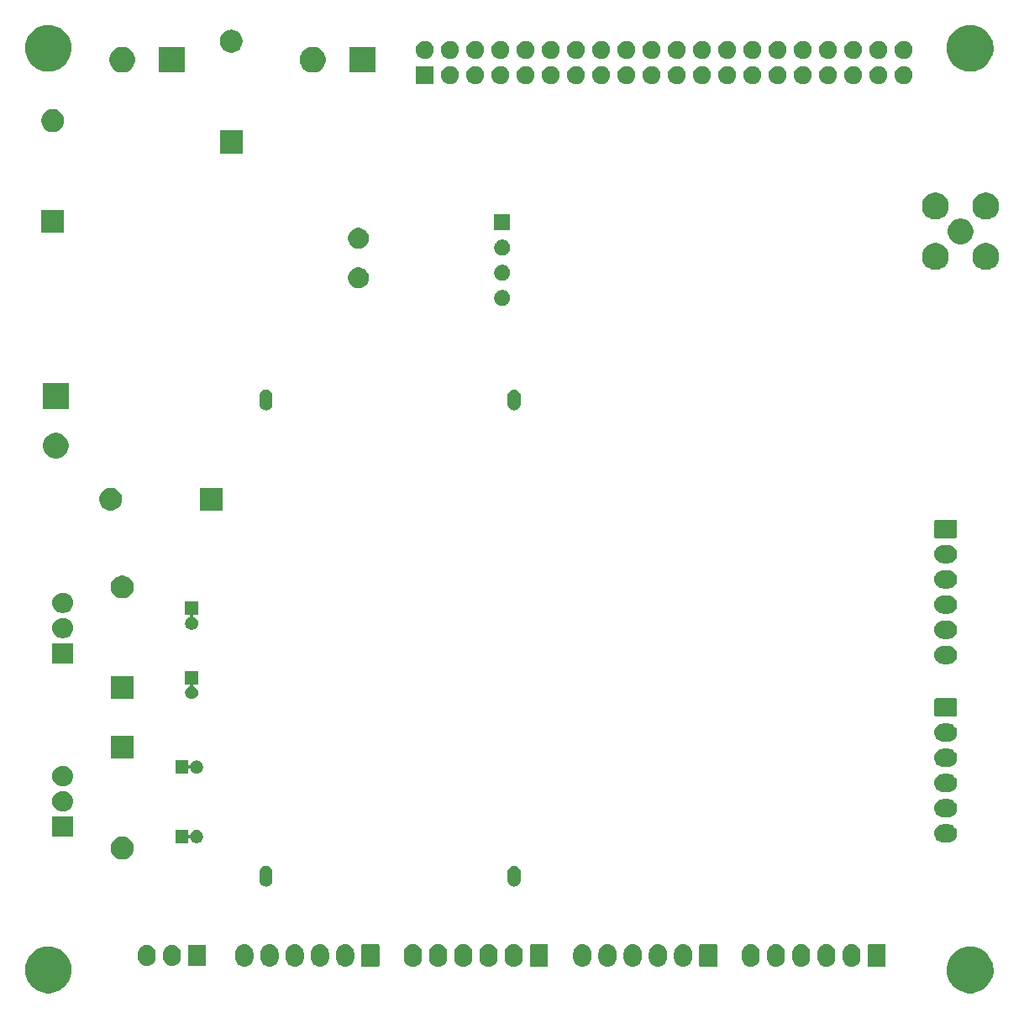
<source format=gbr>
G04 #@! TF.GenerationSoftware,KiCad,Pcbnew,(5.1.5)-3*
G04 #@! TF.CreationDate,2022-02-09T23:25:39-03:00*
G04 #@! TF.ProjectId,envcity_pcb,656e7663-6974-4795-9f70-63622e6b6963,rev?*
G04 #@! TF.SameCoordinates,Original*
G04 #@! TF.FileFunction,Soldermask,Bot*
G04 #@! TF.FilePolarity,Negative*
%FSLAX46Y46*%
G04 Gerber Fmt 4.6, Leading zero omitted, Abs format (unit mm)*
G04 Created by KiCad (PCBNEW (5.1.5)-3) date 2022-02-09 23:25:39*
%MOMM*%
%LPD*%
G04 APERTURE LIST*
%ADD10C,0.100000*%
G04 APERTURE END LIST*
D10*
G36*
X175842793Y-130140103D02*
G01*
X176145470Y-130200309D01*
X176573143Y-130377457D01*
X176958038Y-130634636D01*
X177285364Y-130961962D01*
X177542543Y-131346857D01*
X177719691Y-131774530D01*
X177758430Y-131969287D01*
X177793787Y-132147034D01*
X177810000Y-132228545D01*
X177810000Y-132691455D01*
X177719691Y-133145470D01*
X177542543Y-133573143D01*
X177285364Y-133958038D01*
X176958038Y-134285364D01*
X176573143Y-134542543D01*
X176145470Y-134719691D01*
X175842793Y-134779897D01*
X175691456Y-134810000D01*
X175228544Y-134810000D01*
X175077207Y-134779897D01*
X174774530Y-134719691D01*
X174346857Y-134542543D01*
X173961962Y-134285364D01*
X173634636Y-133958038D01*
X173377457Y-133573143D01*
X173200309Y-133145470D01*
X173110000Y-132691455D01*
X173110000Y-132228545D01*
X173126214Y-132147034D01*
X173161570Y-131969287D01*
X173200309Y-131774530D01*
X173377457Y-131346857D01*
X173634636Y-130961962D01*
X173961962Y-130634636D01*
X174346857Y-130377457D01*
X174774530Y-130200309D01*
X175077207Y-130140103D01*
X175228544Y-130110000D01*
X175691456Y-130110000D01*
X175842793Y-130140103D01*
G37*
G36*
X82922793Y-130140103D02*
G01*
X83225470Y-130200309D01*
X83653143Y-130377457D01*
X84038038Y-130634636D01*
X84365364Y-130961962D01*
X84622543Y-131346857D01*
X84799691Y-131774530D01*
X84838430Y-131969287D01*
X84873787Y-132147034D01*
X84890000Y-132228545D01*
X84890000Y-132691455D01*
X84799691Y-133145470D01*
X84622543Y-133573143D01*
X84365364Y-133958038D01*
X84038038Y-134285364D01*
X83653143Y-134542543D01*
X83225470Y-134719691D01*
X82922793Y-134779897D01*
X82771456Y-134810000D01*
X82308544Y-134810000D01*
X82157207Y-134779897D01*
X81854530Y-134719691D01*
X81426857Y-134542543D01*
X81041962Y-134285364D01*
X80714636Y-133958038D01*
X80457457Y-133573143D01*
X80280309Y-133145470D01*
X80190000Y-132691455D01*
X80190000Y-132228545D01*
X80206214Y-132147034D01*
X80241570Y-131969287D01*
X80280309Y-131774530D01*
X80457457Y-131346857D01*
X80714636Y-130961962D01*
X81041962Y-130634636D01*
X81426857Y-130377457D01*
X81854530Y-130200309D01*
X82157207Y-130140103D01*
X82308544Y-130110000D01*
X82771456Y-130110000D01*
X82922793Y-130140103D01*
G37*
G36*
X153520548Y-129862326D02*
G01*
X153694157Y-129914990D01*
X153854156Y-130000511D01*
X153868612Y-130012375D01*
X153994397Y-130115603D01*
X154062966Y-130199156D01*
X154109489Y-130255844D01*
X154195010Y-130415843D01*
X154247674Y-130589452D01*
X154261000Y-130724757D01*
X154261000Y-131275244D01*
X154247674Y-131410548D01*
X154195010Y-131584157D01*
X154109489Y-131744156D01*
X154084561Y-131774530D01*
X153994397Y-131884397D01*
X153854155Y-131999489D01*
X153721432Y-132070431D01*
X153694156Y-132085010D01*
X153520547Y-132137674D01*
X153340000Y-132155456D01*
X153159452Y-132137674D01*
X152985843Y-132085010D01*
X152825844Y-131999489D01*
X152782271Y-131963729D01*
X152685603Y-131884397D01*
X152570511Y-131744155D01*
X152484991Y-131584158D01*
X152484990Y-131584156D01*
X152432326Y-131410547D01*
X152419000Y-131275243D01*
X152419000Y-130724756D01*
X152432326Y-130589452D01*
X152484990Y-130415843D01*
X152570512Y-130255844D01*
X152580832Y-130243270D01*
X152685604Y-130115603D01*
X152811389Y-130012375D01*
X152825845Y-130000511D01*
X152985844Y-129914990D01*
X153159453Y-129862326D01*
X153340000Y-129844544D01*
X153520548Y-129862326D01*
G37*
G36*
X141640548Y-129862326D02*
G01*
X141814157Y-129914990D01*
X141974156Y-130000511D01*
X141988612Y-130012375D01*
X142114397Y-130115603D01*
X142182966Y-130199156D01*
X142229489Y-130255844D01*
X142315010Y-130415843D01*
X142367674Y-130589452D01*
X142381000Y-130724757D01*
X142381000Y-131275244D01*
X142367674Y-131410548D01*
X142315010Y-131584157D01*
X142229489Y-131744156D01*
X142204561Y-131774530D01*
X142114397Y-131884397D01*
X141974155Y-131999489D01*
X141841432Y-132070431D01*
X141814156Y-132085010D01*
X141640547Y-132137674D01*
X141460000Y-132155456D01*
X141279452Y-132137674D01*
X141105843Y-132085010D01*
X140945844Y-131999489D01*
X140902271Y-131963729D01*
X140805603Y-131884397D01*
X140690511Y-131744155D01*
X140604991Y-131584158D01*
X140604990Y-131584156D01*
X140552326Y-131410547D01*
X140539000Y-131275243D01*
X140539000Y-130724756D01*
X140552326Y-130589452D01*
X140604990Y-130415843D01*
X140690512Y-130255844D01*
X140700832Y-130243270D01*
X140805604Y-130115603D01*
X140931389Y-130012375D01*
X140945845Y-130000511D01*
X141105844Y-129914990D01*
X141279453Y-129862326D01*
X141460000Y-129844544D01*
X141640548Y-129862326D01*
G37*
G36*
X102480548Y-129862326D02*
G01*
X102654157Y-129914990D01*
X102814156Y-130000511D01*
X102828612Y-130012375D01*
X102954397Y-130115603D01*
X103022966Y-130199156D01*
X103069489Y-130255844D01*
X103155010Y-130415843D01*
X103207674Y-130589452D01*
X103221000Y-130724757D01*
X103221000Y-131275244D01*
X103207674Y-131410548D01*
X103155010Y-131584157D01*
X103069489Y-131744156D01*
X103044561Y-131774530D01*
X102954397Y-131884397D01*
X102814155Y-131999489D01*
X102681432Y-132070431D01*
X102654156Y-132085010D01*
X102480547Y-132137674D01*
X102300000Y-132155456D01*
X102119452Y-132137674D01*
X101945843Y-132085010D01*
X101785844Y-131999489D01*
X101742271Y-131963729D01*
X101645603Y-131884397D01*
X101530511Y-131744155D01*
X101444991Y-131584158D01*
X101444990Y-131584156D01*
X101392326Y-131410547D01*
X101379000Y-131275243D01*
X101379000Y-130724756D01*
X101392326Y-130589452D01*
X101444990Y-130415843D01*
X101530512Y-130255844D01*
X101540832Y-130243270D01*
X101645604Y-130115603D01*
X101771389Y-130012375D01*
X101785845Y-130000511D01*
X101945844Y-129914990D01*
X102119453Y-129862326D01*
X102300000Y-129844544D01*
X102480548Y-129862326D01*
G37*
G36*
X105020548Y-129862326D02*
G01*
X105194157Y-129914990D01*
X105354156Y-130000511D01*
X105368612Y-130012375D01*
X105494397Y-130115603D01*
X105562966Y-130199156D01*
X105609489Y-130255844D01*
X105695010Y-130415843D01*
X105747674Y-130589452D01*
X105761000Y-130724757D01*
X105761000Y-131275244D01*
X105747674Y-131410548D01*
X105695010Y-131584157D01*
X105609489Y-131744156D01*
X105584561Y-131774530D01*
X105494397Y-131884397D01*
X105354155Y-131999489D01*
X105221432Y-132070431D01*
X105194156Y-132085010D01*
X105020547Y-132137674D01*
X104840000Y-132155456D01*
X104659452Y-132137674D01*
X104485843Y-132085010D01*
X104325844Y-131999489D01*
X104282271Y-131963729D01*
X104185603Y-131884397D01*
X104070511Y-131744155D01*
X103984991Y-131584158D01*
X103984990Y-131584156D01*
X103932326Y-131410547D01*
X103919000Y-131275243D01*
X103919000Y-130724756D01*
X103932326Y-130589452D01*
X103984990Y-130415843D01*
X104070512Y-130255844D01*
X104080832Y-130243270D01*
X104185604Y-130115603D01*
X104311389Y-130012375D01*
X104325845Y-130000511D01*
X104485844Y-129914990D01*
X104659453Y-129862326D01*
X104840000Y-129844544D01*
X105020548Y-129862326D01*
G37*
G36*
X107560548Y-129862326D02*
G01*
X107734157Y-129914990D01*
X107894156Y-130000511D01*
X107908612Y-130012375D01*
X108034397Y-130115603D01*
X108102966Y-130199156D01*
X108149489Y-130255844D01*
X108235010Y-130415843D01*
X108287674Y-130589452D01*
X108301000Y-130724757D01*
X108301000Y-131275244D01*
X108287674Y-131410548D01*
X108235010Y-131584157D01*
X108149489Y-131744156D01*
X108124561Y-131774530D01*
X108034397Y-131884397D01*
X107894155Y-131999489D01*
X107761432Y-132070431D01*
X107734156Y-132085010D01*
X107560547Y-132137674D01*
X107380000Y-132155456D01*
X107199452Y-132137674D01*
X107025843Y-132085010D01*
X106865844Y-131999489D01*
X106822271Y-131963729D01*
X106725603Y-131884397D01*
X106610511Y-131744155D01*
X106524991Y-131584158D01*
X106524990Y-131584156D01*
X106472326Y-131410547D01*
X106459000Y-131275243D01*
X106459000Y-130724756D01*
X106472326Y-130589452D01*
X106524990Y-130415843D01*
X106610512Y-130255844D01*
X106620832Y-130243270D01*
X106725604Y-130115603D01*
X106851389Y-130012375D01*
X106865845Y-130000511D01*
X107025844Y-129914990D01*
X107199453Y-129862326D01*
X107380000Y-129844544D01*
X107560548Y-129862326D01*
G37*
G36*
X110100548Y-129862326D02*
G01*
X110274157Y-129914990D01*
X110434156Y-130000511D01*
X110448612Y-130012375D01*
X110574397Y-130115603D01*
X110642966Y-130199156D01*
X110689489Y-130255844D01*
X110775010Y-130415843D01*
X110827674Y-130589452D01*
X110841000Y-130724757D01*
X110841000Y-131275244D01*
X110827674Y-131410548D01*
X110775010Y-131584157D01*
X110689489Y-131744156D01*
X110664561Y-131774530D01*
X110574397Y-131884397D01*
X110434155Y-131999489D01*
X110301432Y-132070431D01*
X110274156Y-132085010D01*
X110100547Y-132137674D01*
X109920000Y-132155456D01*
X109739452Y-132137674D01*
X109565843Y-132085010D01*
X109405844Y-131999489D01*
X109362271Y-131963729D01*
X109265603Y-131884397D01*
X109150511Y-131744155D01*
X109064991Y-131584158D01*
X109064990Y-131584156D01*
X109012326Y-131410547D01*
X108999000Y-131275243D01*
X108999000Y-130724756D01*
X109012326Y-130589452D01*
X109064990Y-130415843D01*
X109150512Y-130255844D01*
X109160832Y-130243270D01*
X109265604Y-130115603D01*
X109391389Y-130012375D01*
X109405845Y-130000511D01*
X109565844Y-129914990D01*
X109739453Y-129862326D01*
X109920000Y-129844544D01*
X110100548Y-129862326D01*
G37*
G36*
X112640548Y-129862326D02*
G01*
X112814157Y-129914990D01*
X112974156Y-130000511D01*
X112988612Y-130012375D01*
X113114397Y-130115603D01*
X113182966Y-130199156D01*
X113229489Y-130255844D01*
X113315010Y-130415843D01*
X113367674Y-130589452D01*
X113381000Y-130724757D01*
X113381000Y-131275244D01*
X113367674Y-131410548D01*
X113315010Y-131584157D01*
X113229489Y-131744156D01*
X113204561Y-131774530D01*
X113114397Y-131884397D01*
X112974155Y-131999489D01*
X112841432Y-132070431D01*
X112814156Y-132085010D01*
X112640547Y-132137674D01*
X112460000Y-132155456D01*
X112279452Y-132137674D01*
X112105843Y-132085010D01*
X111945844Y-131999489D01*
X111902271Y-131963729D01*
X111805603Y-131884397D01*
X111690511Y-131744155D01*
X111604991Y-131584158D01*
X111604990Y-131584156D01*
X111552326Y-131410547D01*
X111539000Y-131275243D01*
X111539000Y-130724756D01*
X111552326Y-130589452D01*
X111604990Y-130415843D01*
X111690512Y-130255844D01*
X111700832Y-130243270D01*
X111805604Y-130115603D01*
X111931389Y-130012375D01*
X111945845Y-130000511D01*
X112105844Y-129914990D01*
X112279453Y-129862326D01*
X112460000Y-129844544D01*
X112640548Y-129862326D01*
G37*
G36*
X146720548Y-129862326D02*
G01*
X146894157Y-129914990D01*
X147054156Y-130000511D01*
X147068612Y-130012375D01*
X147194397Y-130115603D01*
X147262966Y-130199156D01*
X147309489Y-130255844D01*
X147395010Y-130415843D01*
X147447674Y-130589452D01*
X147461000Y-130724757D01*
X147461000Y-131275244D01*
X147447674Y-131410548D01*
X147395010Y-131584157D01*
X147309489Y-131744156D01*
X147284561Y-131774530D01*
X147194397Y-131884397D01*
X147054155Y-131999489D01*
X146921432Y-132070431D01*
X146894156Y-132085010D01*
X146720547Y-132137674D01*
X146540000Y-132155456D01*
X146359452Y-132137674D01*
X146185843Y-132085010D01*
X146025844Y-131999489D01*
X145982271Y-131963729D01*
X145885603Y-131884397D01*
X145770511Y-131744155D01*
X145684991Y-131584158D01*
X145684990Y-131584156D01*
X145632326Y-131410547D01*
X145619000Y-131275243D01*
X145619000Y-130724756D01*
X145632326Y-130589452D01*
X145684990Y-130415843D01*
X145770512Y-130255844D01*
X145780832Y-130243270D01*
X145885604Y-130115603D01*
X146011389Y-130012375D01*
X146025845Y-130000511D01*
X146185844Y-129914990D01*
X146359453Y-129862326D01*
X146540000Y-129844544D01*
X146720548Y-129862326D01*
G37*
G36*
X144180548Y-129862326D02*
G01*
X144354157Y-129914990D01*
X144514156Y-130000511D01*
X144528612Y-130012375D01*
X144654397Y-130115603D01*
X144722966Y-130199156D01*
X144769489Y-130255844D01*
X144855010Y-130415843D01*
X144907674Y-130589452D01*
X144921000Y-130724757D01*
X144921000Y-131275244D01*
X144907674Y-131410548D01*
X144855010Y-131584157D01*
X144769489Y-131744156D01*
X144744561Y-131774530D01*
X144654397Y-131884397D01*
X144514155Y-131999489D01*
X144381432Y-132070431D01*
X144354156Y-132085010D01*
X144180547Y-132137674D01*
X144000000Y-132155456D01*
X143819452Y-132137674D01*
X143645843Y-132085010D01*
X143485844Y-131999489D01*
X143442271Y-131963729D01*
X143345603Y-131884397D01*
X143230511Y-131744155D01*
X143144991Y-131584158D01*
X143144990Y-131584156D01*
X143092326Y-131410547D01*
X143079000Y-131275243D01*
X143079000Y-130724756D01*
X143092326Y-130589452D01*
X143144990Y-130415843D01*
X143230512Y-130255844D01*
X143240832Y-130243270D01*
X143345604Y-130115603D01*
X143471389Y-130012375D01*
X143485845Y-130000511D01*
X143645844Y-129914990D01*
X143819453Y-129862326D01*
X144000000Y-129844544D01*
X144180548Y-129862326D01*
G37*
G36*
X161140548Y-129862326D02*
G01*
X161314157Y-129914990D01*
X161474156Y-130000511D01*
X161488612Y-130012375D01*
X161614397Y-130115603D01*
X161682966Y-130199156D01*
X161729489Y-130255844D01*
X161815010Y-130415843D01*
X161867674Y-130589452D01*
X161881000Y-130724757D01*
X161881000Y-131275244D01*
X161867674Y-131410548D01*
X161815010Y-131584157D01*
X161729489Y-131744156D01*
X161704561Y-131774530D01*
X161614397Y-131884397D01*
X161474155Y-131999489D01*
X161341432Y-132070431D01*
X161314156Y-132085010D01*
X161140547Y-132137674D01*
X160960000Y-132155456D01*
X160779452Y-132137674D01*
X160605843Y-132085010D01*
X160445844Y-131999489D01*
X160402271Y-131963729D01*
X160305603Y-131884397D01*
X160190511Y-131744155D01*
X160104991Y-131584158D01*
X160104990Y-131584156D01*
X160052326Y-131410547D01*
X160039000Y-131275243D01*
X160039000Y-130724756D01*
X160052326Y-130589452D01*
X160104990Y-130415843D01*
X160190512Y-130255844D01*
X160200832Y-130243270D01*
X160305604Y-130115603D01*
X160431389Y-130012375D01*
X160445845Y-130000511D01*
X160605844Y-129914990D01*
X160779453Y-129862326D01*
X160960000Y-129844544D01*
X161140548Y-129862326D01*
G37*
G36*
X139100548Y-129862326D02*
G01*
X139274157Y-129914990D01*
X139434156Y-130000511D01*
X139448612Y-130012375D01*
X139574397Y-130115603D01*
X139642966Y-130199156D01*
X139689489Y-130255844D01*
X139775010Y-130415843D01*
X139827674Y-130589452D01*
X139841000Y-130724757D01*
X139841000Y-131275244D01*
X139827674Y-131410548D01*
X139775010Y-131584157D01*
X139689489Y-131744156D01*
X139664561Y-131774530D01*
X139574397Y-131884397D01*
X139434155Y-131999489D01*
X139301432Y-132070431D01*
X139274156Y-132085010D01*
X139100547Y-132137674D01*
X138920000Y-132155456D01*
X138739452Y-132137674D01*
X138565843Y-132085010D01*
X138405844Y-131999489D01*
X138362271Y-131963729D01*
X138265603Y-131884397D01*
X138150511Y-131744155D01*
X138064991Y-131584158D01*
X138064990Y-131584156D01*
X138012326Y-131410547D01*
X137999000Y-131275243D01*
X137999000Y-130724756D01*
X138012326Y-130589452D01*
X138064990Y-130415843D01*
X138150512Y-130255844D01*
X138160832Y-130243270D01*
X138265604Y-130115603D01*
X138391389Y-130012375D01*
X138405845Y-130000511D01*
X138565844Y-129914990D01*
X138739453Y-129862326D01*
X138920000Y-129844544D01*
X139100548Y-129862326D01*
G37*
G36*
X119480548Y-129862326D02*
G01*
X119654157Y-129914990D01*
X119814156Y-130000511D01*
X119828612Y-130012375D01*
X119954397Y-130115603D01*
X120022966Y-130199156D01*
X120069489Y-130255844D01*
X120155010Y-130415843D01*
X120207674Y-130589452D01*
X120221000Y-130724757D01*
X120221000Y-131275244D01*
X120207674Y-131410548D01*
X120155010Y-131584157D01*
X120069489Y-131744156D01*
X120044561Y-131774530D01*
X119954397Y-131884397D01*
X119814155Y-131999489D01*
X119681432Y-132070431D01*
X119654156Y-132085010D01*
X119480547Y-132137674D01*
X119300000Y-132155456D01*
X119119452Y-132137674D01*
X118945843Y-132085010D01*
X118785844Y-131999489D01*
X118742271Y-131963729D01*
X118645603Y-131884397D01*
X118530511Y-131744155D01*
X118444991Y-131584158D01*
X118444990Y-131584156D01*
X118392326Y-131410547D01*
X118379000Y-131275243D01*
X118379000Y-130724756D01*
X118392326Y-130589452D01*
X118444990Y-130415843D01*
X118530512Y-130255844D01*
X118540832Y-130243270D01*
X118645604Y-130115603D01*
X118771389Y-130012375D01*
X118785845Y-130000511D01*
X118945844Y-129914990D01*
X119119453Y-129862326D01*
X119300000Y-129844544D01*
X119480548Y-129862326D01*
G37*
G36*
X122020548Y-129862326D02*
G01*
X122194157Y-129914990D01*
X122354156Y-130000511D01*
X122368612Y-130012375D01*
X122494397Y-130115603D01*
X122562966Y-130199156D01*
X122609489Y-130255844D01*
X122695010Y-130415843D01*
X122747674Y-130589452D01*
X122761000Y-130724757D01*
X122761000Y-131275244D01*
X122747674Y-131410548D01*
X122695010Y-131584157D01*
X122609489Y-131744156D01*
X122584561Y-131774530D01*
X122494397Y-131884397D01*
X122354155Y-131999489D01*
X122221432Y-132070431D01*
X122194156Y-132085010D01*
X122020547Y-132137674D01*
X121840000Y-132155456D01*
X121659452Y-132137674D01*
X121485843Y-132085010D01*
X121325844Y-131999489D01*
X121282271Y-131963729D01*
X121185603Y-131884397D01*
X121070511Y-131744155D01*
X120984991Y-131584158D01*
X120984990Y-131584156D01*
X120932326Y-131410547D01*
X120919000Y-131275243D01*
X120919000Y-130724756D01*
X120932326Y-130589452D01*
X120984990Y-130415843D01*
X121070512Y-130255844D01*
X121080832Y-130243270D01*
X121185604Y-130115603D01*
X121311389Y-130012375D01*
X121325845Y-130000511D01*
X121485844Y-129914990D01*
X121659453Y-129862326D01*
X121840000Y-129844544D01*
X122020548Y-129862326D01*
G37*
G36*
X124560548Y-129862326D02*
G01*
X124734157Y-129914990D01*
X124894156Y-130000511D01*
X124908612Y-130012375D01*
X125034397Y-130115603D01*
X125102966Y-130199156D01*
X125149489Y-130255844D01*
X125235010Y-130415843D01*
X125287674Y-130589452D01*
X125301000Y-130724757D01*
X125301000Y-131275244D01*
X125287674Y-131410548D01*
X125235010Y-131584157D01*
X125149489Y-131744156D01*
X125124561Y-131774530D01*
X125034397Y-131884397D01*
X124894155Y-131999489D01*
X124761432Y-132070431D01*
X124734156Y-132085010D01*
X124560547Y-132137674D01*
X124380000Y-132155456D01*
X124199452Y-132137674D01*
X124025843Y-132085010D01*
X123865844Y-131999489D01*
X123822271Y-131963729D01*
X123725603Y-131884397D01*
X123610511Y-131744155D01*
X123524991Y-131584158D01*
X123524990Y-131584156D01*
X123472326Y-131410547D01*
X123459000Y-131275243D01*
X123459000Y-130724756D01*
X123472326Y-130589452D01*
X123524990Y-130415843D01*
X123610512Y-130255844D01*
X123620832Y-130243270D01*
X123725604Y-130115603D01*
X123851389Y-130012375D01*
X123865845Y-130000511D01*
X124025844Y-129914990D01*
X124199453Y-129862326D01*
X124380000Y-129844544D01*
X124560548Y-129862326D01*
G37*
G36*
X127100548Y-129862326D02*
G01*
X127274157Y-129914990D01*
X127434156Y-130000511D01*
X127448612Y-130012375D01*
X127574397Y-130115603D01*
X127642966Y-130199156D01*
X127689489Y-130255844D01*
X127775010Y-130415843D01*
X127827674Y-130589452D01*
X127841000Y-130724757D01*
X127841000Y-131275244D01*
X127827674Y-131410548D01*
X127775010Y-131584157D01*
X127689489Y-131744156D01*
X127664561Y-131774530D01*
X127574397Y-131884397D01*
X127434155Y-131999489D01*
X127301432Y-132070431D01*
X127274156Y-132085010D01*
X127100547Y-132137674D01*
X126920000Y-132155456D01*
X126739452Y-132137674D01*
X126565843Y-132085010D01*
X126405844Y-131999489D01*
X126362271Y-131963729D01*
X126265603Y-131884397D01*
X126150511Y-131744155D01*
X126064991Y-131584158D01*
X126064990Y-131584156D01*
X126012326Y-131410547D01*
X125999000Y-131275243D01*
X125999000Y-130724756D01*
X126012326Y-130589452D01*
X126064990Y-130415843D01*
X126150512Y-130255844D01*
X126160832Y-130243270D01*
X126265604Y-130115603D01*
X126391389Y-130012375D01*
X126405845Y-130000511D01*
X126565844Y-129914990D01*
X126739453Y-129862326D01*
X126920000Y-129844544D01*
X127100548Y-129862326D01*
G37*
G36*
X129640548Y-129862326D02*
G01*
X129814157Y-129914990D01*
X129974156Y-130000511D01*
X129988612Y-130012375D01*
X130114397Y-130115603D01*
X130182966Y-130199156D01*
X130229489Y-130255844D01*
X130315010Y-130415843D01*
X130367674Y-130589452D01*
X130381000Y-130724757D01*
X130381000Y-131275244D01*
X130367674Y-131410548D01*
X130315010Y-131584157D01*
X130229489Y-131744156D01*
X130204561Y-131774530D01*
X130114397Y-131884397D01*
X129974155Y-131999489D01*
X129841432Y-132070431D01*
X129814156Y-132085010D01*
X129640547Y-132137674D01*
X129460000Y-132155456D01*
X129279452Y-132137674D01*
X129105843Y-132085010D01*
X128945844Y-131999489D01*
X128902271Y-131963729D01*
X128805603Y-131884397D01*
X128690511Y-131744155D01*
X128604991Y-131584158D01*
X128604990Y-131584156D01*
X128552326Y-131410547D01*
X128539000Y-131275243D01*
X128539000Y-130724756D01*
X128552326Y-130589452D01*
X128604990Y-130415843D01*
X128690512Y-130255844D01*
X128700832Y-130243270D01*
X128805604Y-130115603D01*
X128931389Y-130012375D01*
X128945845Y-130000511D01*
X129105844Y-129914990D01*
X129279453Y-129862326D01*
X129460000Y-129844544D01*
X129640548Y-129862326D01*
G37*
G36*
X163680548Y-129862326D02*
G01*
X163854157Y-129914990D01*
X164014156Y-130000511D01*
X164028612Y-130012375D01*
X164154397Y-130115603D01*
X164222966Y-130199156D01*
X164269489Y-130255844D01*
X164355010Y-130415843D01*
X164407674Y-130589452D01*
X164421000Y-130724757D01*
X164421000Y-131275244D01*
X164407674Y-131410548D01*
X164355010Y-131584157D01*
X164269489Y-131744156D01*
X164244561Y-131774530D01*
X164154397Y-131884397D01*
X164014155Y-131999489D01*
X163881432Y-132070431D01*
X163854156Y-132085010D01*
X163680547Y-132137674D01*
X163500000Y-132155456D01*
X163319452Y-132137674D01*
X163145843Y-132085010D01*
X162985844Y-131999489D01*
X162942271Y-131963729D01*
X162845603Y-131884397D01*
X162730511Y-131744155D01*
X162644991Y-131584158D01*
X162644990Y-131584156D01*
X162592326Y-131410547D01*
X162579000Y-131275243D01*
X162579000Y-130724756D01*
X162592326Y-130589452D01*
X162644990Y-130415843D01*
X162730512Y-130255844D01*
X162740832Y-130243270D01*
X162845604Y-130115603D01*
X162971389Y-130012375D01*
X162985845Y-130000511D01*
X163145844Y-129914990D01*
X163319453Y-129862326D01*
X163500000Y-129844544D01*
X163680548Y-129862326D01*
G37*
G36*
X158600548Y-129862326D02*
G01*
X158774157Y-129914990D01*
X158934156Y-130000511D01*
X158948612Y-130012375D01*
X159074397Y-130115603D01*
X159142966Y-130199156D01*
X159189489Y-130255844D01*
X159275010Y-130415843D01*
X159327674Y-130589452D01*
X159341000Y-130724757D01*
X159341000Y-131275244D01*
X159327674Y-131410548D01*
X159275010Y-131584157D01*
X159189489Y-131744156D01*
X159164561Y-131774530D01*
X159074397Y-131884397D01*
X158934155Y-131999489D01*
X158801432Y-132070431D01*
X158774156Y-132085010D01*
X158600547Y-132137674D01*
X158420000Y-132155456D01*
X158239452Y-132137674D01*
X158065843Y-132085010D01*
X157905844Y-131999489D01*
X157862271Y-131963729D01*
X157765603Y-131884397D01*
X157650511Y-131744155D01*
X157564991Y-131584158D01*
X157564990Y-131584156D01*
X157512326Y-131410547D01*
X157499000Y-131275243D01*
X157499000Y-130724756D01*
X157512326Y-130589452D01*
X157564990Y-130415843D01*
X157650512Y-130255844D01*
X157660832Y-130243270D01*
X157765604Y-130115603D01*
X157891389Y-130012375D01*
X157905845Y-130000511D01*
X158065844Y-129914990D01*
X158239453Y-129862326D01*
X158420000Y-129844544D01*
X158600548Y-129862326D01*
G37*
G36*
X156060548Y-129862326D02*
G01*
X156234157Y-129914990D01*
X156394156Y-130000511D01*
X156408612Y-130012375D01*
X156534397Y-130115603D01*
X156602966Y-130199156D01*
X156649489Y-130255844D01*
X156735010Y-130415843D01*
X156787674Y-130589452D01*
X156801000Y-130724757D01*
X156801000Y-131275244D01*
X156787674Y-131410548D01*
X156735010Y-131584157D01*
X156649489Y-131744156D01*
X156624561Y-131774530D01*
X156534397Y-131884397D01*
X156394155Y-131999489D01*
X156261432Y-132070431D01*
X156234156Y-132085010D01*
X156060547Y-132137674D01*
X155880000Y-132155456D01*
X155699452Y-132137674D01*
X155525843Y-132085010D01*
X155365844Y-131999489D01*
X155322271Y-131963729D01*
X155225603Y-131884397D01*
X155110511Y-131744155D01*
X155024991Y-131584158D01*
X155024990Y-131584156D01*
X154972326Y-131410547D01*
X154959000Y-131275243D01*
X154959000Y-130724756D01*
X154972326Y-130589452D01*
X155024990Y-130415843D01*
X155110512Y-130255844D01*
X155120832Y-130243270D01*
X155225604Y-130115603D01*
X155351389Y-130012375D01*
X155365845Y-130000511D01*
X155525844Y-129914990D01*
X155699453Y-129862326D01*
X155880000Y-129844544D01*
X156060548Y-129862326D01*
G37*
G36*
X136560548Y-129862326D02*
G01*
X136734157Y-129914990D01*
X136894156Y-130000511D01*
X136908612Y-130012375D01*
X137034397Y-130115603D01*
X137102966Y-130199156D01*
X137149489Y-130255844D01*
X137235010Y-130415843D01*
X137287674Y-130589452D01*
X137301000Y-130724757D01*
X137301000Y-131275244D01*
X137287674Y-131410548D01*
X137235010Y-131584157D01*
X137149489Y-131744156D01*
X137124561Y-131774530D01*
X137034397Y-131884397D01*
X136894155Y-131999489D01*
X136761432Y-132070431D01*
X136734156Y-132085010D01*
X136560547Y-132137674D01*
X136380000Y-132155456D01*
X136199452Y-132137674D01*
X136025843Y-132085010D01*
X135865844Y-131999489D01*
X135822271Y-131963729D01*
X135725603Y-131884397D01*
X135610511Y-131744155D01*
X135524991Y-131584158D01*
X135524990Y-131584156D01*
X135472326Y-131410547D01*
X135459000Y-131275243D01*
X135459000Y-130724756D01*
X135472326Y-130589452D01*
X135524990Y-130415843D01*
X135610512Y-130255844D01*
X135620832Y-130243270D01*
X135725604Y-130115603D01*
X135851389Y-130012375D01*
X135865845Y-130000511D01*
X136025844Y-129914990D01*
X136199453Y-129862326D01*
X136380000Y-129844544D01*
X136560548Y-129862326D01*
G37*
G36*
X166819561Y-129852966D02*
G01*
X166852383Y-129862923D01*
X166882632Y-129879092D01*
X166909148Y-129900852D01*
X166930908Y-129927368D01*
X166947077Y-129957617D01*
X166957034Y-129990439D01*
X166961000Y-130030713D01*
X166961000Y-131969287D01*
X166957034Y-132009561D01*
X166947077Y-132042383D01*
X166930908Y-132072632D01*
X166909148Y-132099148D01*
X166882632Y-132120908D01*
X166852383Y-132137077D01*
X166819561Y-132147034D01*
X166779287Y-132151000D01*
X165300713Y-132151000D01*
X165260439Y-132147034D01*
X165227617Y-132137077D01*
X165197368Y-132120908D01*
X165170852Y-132099148D01*
X165149092Y-132072632D01*
X165132923Y-132042383D01*
X165122966Y-132009561D01*
X165119000Y-131969287D01*
X165119000Y-130030713D01*
X165122966Y-129990439D01*
X165132923Y-129957617D01*
X165149092Y-129927368D01*
X165170852Y-129900852D01*
X165197368Y-129879092D01*
X165227617Y-129862923D01*
X165260439Y-129852966D01*
X165300713Y-129849000D01*
X166779287Y-129849000D01*
X166819561Y-129852966D01*
G37*
G36*
X132779561Y-129852966D02*
G01*
X132812383Y-129862923D01*
X132842632Y-129879092D01*
X132869148Y-129900852D01*
X132890908Y-129927368D01*
X132907077Y-129957617D01*
X132917034Y-129990439D01*
X132921000Y-130030713D01*
X132921000Y-131969287D01*
X132917034Y-132009561D01*
X132907077Y-132042383D01*
X132890908Y-132072632D01*
X132869148Y-132099148D01*
X132842632Y-132120908D01*
X132812383Y-132137077D01*
X132779561Y-132147034D01*
X132739287Y-132151000D01*
X131260713Y-132151000D01*
X131220439Y-132147034D01*
X131187617Y-132137077D01*
X131157368Y-132120908D01*
X131130852Y-132099148D01*
X131109092Y-132072632D01*
X131092923Y-132042383D01*
X131082966Y-132009561D01*
X131079000Y-131969287D01*
X131079000Y-130030713D01*
X131082966Y-129990439D01*
X131092923Y-129957617D01*
X131109092Y-129927368D01*
X131130852Y-129900852D01*
X131157368Y-129879092D01*
X131187617Y-129862923D01*
X131220439Y-129852966D01*
X131260713Y-129849000D01*
X132739287Y-129849000D01*
X132779561Y-129852966D01*
G37*
G36*
X115779561Y-129852966D02*
G01*
X115812383Y-129862923D01*
X115842632Y-129879092D01*
X115869148Y-129900852D01*
X115890908Y-129927368D01*
X115907077Y-129957617D01*
X115917034Y-129990439D01*
X115921000Y-130030713D01*
X115921000Y-131969287D01*
X115917034Y-132009561D01*
X115907077Y-132042383D01*
X115890908Y-132072632D01*
X115869148Y-132099148D01*
X115842632Y-132120908D01*
X115812383Y-132137077D01*
X115779561Y-132147034D01*
X115739287Y-132151000D01*
X114260713Y-132151000D01*
X114220439Y-132147034D01*
X114187617Y-132137077D01*
X114157368Y-132120908D01*
X114130852Y-132099148D01*
X114109092Y-132072632D01*
X114092923Y-132042383D01*
X114082966Y-132009561D01*
X114079000Y-131969287D01*
X114079000Y-130030713D01*
X114082966Y-129990439D01*
X114092923Y-129957617D01*
X114109092Y-129927368D01*
X114130852Y-129900852D01*
X114157368Y-129879092D01*
X114187617Y-129862923D01*
X114220439Y-129852966D01*
X114260713Y-129849000D01*
X115739287Y-129849000D01*
X115779561Y-129852966D01*
G37*
G36*
X149859561Y-129852966D02*
G01*
X149892383Y-129862923D01*
X149922632Y-129879092D01*
X149949148Y-129900852D01*
X149970908Y-129927368D01*
X149987077Y-129957617D01*
X149997034Y-129990439D01*
X150001000Y-130030713D01*
X150001000Y-131969287D01*
X149997034Y-132009561D01*
X149987077Y-132042383D01*
X149970908Y-132072632D01*
X149949148Y-132099148D01*
X149922632Y-132120908D01*
X149892383Y-132137077D01*
X149859561Y-132147034D01*
X149819287Y-132151000D01*
X148340713Y-132151000D01*
X148300439Y-132147034D01*
X148267617Y-132137077D01*
X148237368Y-132120908D01*
X148210852Y-132099148D01*
X148189092Y-132072632D01*
X148172923Y-132042383D01*
X148162966Y-132009561D01*
X148159000Y-131969287D01*
X148159000Y-130030713D01*
X148162966Y-129990439D01*
X148172923Y-129957617D01*
X148189092Y-129927368D01*
X148210852Y-129900852D01*
X148237368Y-129879092D01*
X148267617Y-129862923D01*
X148300439Y-129852966D01*
X148340713Y-129849000D01*
X149819287Y-129849000D01*
X149859561Y-129852966D01*
G37*
G36*
X95163468Y-129945668D02*
G01*
X95179568Y-129947254D01*
X95243408Y-129966620D01*
X95352234Y-129999632D01*
X95511365Y-130084689D01*
X95650844Y-130199156D01*
X95765311Y-130338635D01*
X95850368Y-130497766D01*
X95878181Y-130589454D01*
X95902746Y-130670432D01*
X95902746Y-130670434D01*
X95916000Y-130805003D01*
X95916000Y-131194998D01*
X95902746Y-131329567D01*
X95850368Y-131502234D01*
X95765311Y-131661365D01*
X95650844Y-131800844D01*
X95511364Y-131915311D01*
X95352233Y-132000368D01*
X95179567Y-132052746D01*
X95163467Y-132054332D01*
X95000000Y-132070432D01*
X94836532Y-132054332D01*
X94820432Y-132052746D01*
X94647766Y-132000368D01*
X94488635Y-131915311D01*
X94349156Y-131800844D01*
X94234689Y-131661364D01*
X94149632Y-131502233D01*
X94102499Y-131346857D01*
X94097254Y-131329567D01*
X94091904Y-131275243D01*
X94084000Y-131194997D01*
X94084000Y-130805002D01*
X94097254Y-130670433D01*
X94149632Y-130497766D01*
X94234689Y-130338635D01*
X94349157Y-130199156D01*
X94488636Y-130084689D01*
X94647767Y-129999632D01*
X94756593Y-129966620D01*
X94820433Y-129947254D01*
X94836533Y-129945668D01*
X95000000Y-129929568D01*
X95163468Y-129945668D01*
G37*
G36*
X92623468Y-129945668D02*
G01*
X92639568Y-129947254D01*
X92703408Y-129966620D01*
X92812234Y-129999632D01*
X92971365Y-130084689D01*
X93110844Y-130199156D01*
X93225311Y-130338635D01*
X93310368Y-130497766D01*
X93338181Y-130589454D01*
X93362746Y-130670432D01*
X93362746Y-130670434D01*
X93376000Y-130805003D01*
X93376000Y-131194998D01*
X93362746Y-131329567D01*
X93310368Y-131502234D01*
X93225311Y-131661365D01*
X93110844Y-131800844D01*
X92971364Y-131915311D01*
X92812233Y-132000368D01*
X92639567Y-132052746D01*
X92623467Y-132054332D01*
X92460000Y-132070432D01*
X92296532Y-132054332D01*
X92280432Y-132052746D01*
X92107766Y-132000368D01*
X91948635Y-131915311D01*
X91809156Y-131800844D01*
X91694689Y-131661364D01*
X91609632Y-131502233D01*
X91562499Y-131346857D01*
X91557254Y-131329567D01*
X91551904Y-131275243D01*
X91544000Y-131194997D01*
X91544000Y-130805002D01*
X91557254Y-130670433D01*
X91609632Y-130497766D01*
X91694689Y-130338635D01*
X91809157Y-130199156D01*
X91948636Y-130084689D01*
X92107767Y-129999632D01*
X92216593Y-129966620D01*
X92280433Y-129947254D01*
X92296533Y-129945668D01*
X92460000Y-129929568D01*
X92623468Y-129945668D01*
G37*
G36*
X98456000Y-132066000D02*
G01*
X96624000Y-132066000D01*
X96624000Y-129934000D01*
X98456000Y-129934000D01*
X98456000Y-132066000D01*
G37*
G36*
X104627618Y-121958420D02*
G01*
X104718404Y-121985960D01*
X104750336Y-121995646D01*
X104863425Y-122056094D01*
X104962554Y-122137446D01*
X105043906Y-122236575D01*
X105104354Y-122349664D01*
X105104355Y-122349668D01*
X105141580Y-122472382D01*
X105151000Y-122568027D01*
X105151000Y-123431973D01*
X105141580Y-123527618D01*
X105114040Y-123618404D01*
X105104354Y-123650336D01*
X105043906Y-123763425D01*
X104962554Y-123862553D01*
X104863424Y-123943906D01*
X104750335Y-124004354D01*
X104718403Y-124014040D01*
X104627617Y-124041580D01*
X104500000Y-124054149D01*
X104372382Y-124041580D01*
X104281596Y-124014040D01*
X104249664Y-124004354D01*
X104136575Y-123943906D01*
X104037447Y-123862554D01*
X103956094Y-123763424D01*
X103895646Y-123650335D01*
X103885960Y-123618403D01*
X103858420Y-123527617D01*
X103849000Y-123431972D01*
X103849000Y-122568027D01*
X103858420Y-122472382D01*
X103895646Y-122349668D01*
X103895647Y-122349664D01*
X103956095Y-122236575D01*
X104037447Y-122137446D01*
X104136576Y-122056094D01*
X104249665Y-121995646D01*
X104281597Y-121985960D01*
X104372383Y-121958420D01*
X104500000Y-121945851D01*
X104627618Y-121958420D01*
G37*
G36*
X129627618Y-121958420D02*
G01*
X129718404Y-121985960D01*
X129750336Y-121995646D01*
X129863425Y-122056094D01*
X129962554Y-122137446D01*
X130043906Y-122236575D01*
X130104354Y-122349664D01*
X130104355Y-122349668D01*
X130141580Y-122472382D01*
X130151000Y-122568027D01*
X130151000Y-123431973D01*
X130141580Y-123527618D01*
X130114040Y-123618404D01*
X130104354Y-123650336D01*
X130043906Y-123763425D01*
X129962554Y-123862553D01*
X129863424Y-123943906D01*
X129750335Y-124004354D01*
X129718403Y-124014040D01*
X129627617Y-124041580D01*
X129500000Y-124054149D01*
X129372382Y-124041580D01*
X129281596Y-124014040D01*
X129249664Y-124004354D01*
X129136575Y-123943906D01*
X129037447Y-123862554D01*
X128956094Y-123763424D01*
X128895646Y-123650335D01*
X128885960Y-123618403D01*
X128858420Y-123527617D01*
X128849000Y-123431972D01*
X128849000Y-122568027D01*
X128858420Y-122472382D01*
X128895646Y-122349668D01*
X128895647Y-122349664D01*
X128956095Y-122236575D01*
X129037447Y-122137446D01*
X129136576Y-122056094D01*
X129249665Y-121995646D01*
X129281597Y-121985960D01*
X129372383Y-121958420D01*
X129500000Y-121945851D01*
X129627618Y-121958420D01*
G37*
G36*
X90224549Y-119031116D02*
G01*
X90335734Y-119053232D01*
X90545203Y-119139997D01*
X90733720Y-119265960D01*
X90894040Y-119426280D01*
X91020003Y-119614797D01*
X91020004Y-119614799D01*
X91034999Y-119651000D01*
X91106768Y-119824266D01*
X91151000Y-120046636D01*
X91151000Y-120273364D01*
X91106768Y-120495734D01*
X91020003Y-120705203D01*
X90894040Y-120893720D01*
X90733720Y-121054040D01*
X90545203Y-121180003D01*
X90335734Y-121266768D01*
X90224549Y-121288884D01*
X90113365Y-121311000D01*
X89886635Y-121311000D01*
X89775451Y-121288884D01*
X89664266Y-121266768D01*
X89454797Y-121180003D01*
X89266280Y-121054040D01*
X89105960Y-120893720D01*
X88979997Y-120705203D01*
X88893232Y-120495734D01*
X88849000Y-120273364D01*
X88849000Y-120046636D01*
X88893232Y-119824266D01*
X88965001Y-119651000D01*
X88979996Y-119614799D01*
X88979997Y-119614797D01*
X89105960Y-119426280D01*
X89266280Y-119265960D01*
X89454797Y-119139997D01*
X89664266Y-119053232D01*
X89775451Y-119031116D01*
X89886635Y-119009000D01*
X90113365Y-119009000D01*
X90224549Y-119031116D01*
G37*
G36*
X96651000Y-118720109D02*
G01*
X96653402Y-118744495D01*
X96660515Y-118767944D01*
X96672066Y-118789555D01*
X96687611Y-118808497D01*
X96706553Y-118824042D01*
X96728164Y-118835593D01*
X96751613Y-118842706D01*
X96775999Y-118845108D01*
X96800385Y-118842706D01*
X96823834Y-118835593D01*
X96845445Y-118824042D01*
X96864387Y-118808497D01*
X96879932Y-118789555D01*
X96891483Y-118767944D01*
X96923090Y-118691638D01*
X96994335Y-118585012D01*
X97085012Y-118494335D01*
X97191636Y-118423091D01*
X97310110Y-118374017D01*
X97435881Y-118349000D01*
X97564119Y-118349000D01*
X97689890Y-118374017D01*
X97808364Y-118423091D01*
X97914988Y-118494335D01*
X98005665Y-118585012D01*
X98076910Y-118691638D01*
X98125983Y-118810110D01*
X98151000Y-118935881D01*
X98151000Y-119064119D01*
X98125983Y-119189890D01*
X98094474Y-119265960D01*
X98076909Y-119308364D01*
X98005665Y-119414988D01*
X97914988Y-119505665D01*
X97808364Y-119576909D01*
X97808363Y-119576910D01*
X97808362Y-119576910D01*
X97689890Y-119625983D01*
X97564119Y-119651000D01*
X97435881Y-119651000D01*
X97310110Y-119625983D01*
X97191638Y-119576910D01*
X97191637Y-119576910D01*
X97191636Y-119576909D01*
X97085012Y-119505665D01*
X96994335Y-119414988D01*
X96923091Y-119308364D01*
X96891483Y-119232055D01*
X96879932Y-119210445D01*
X96864387Y-119191503D01*
X96845445Y-119175958D01*
X96823834Y-119164407D01*
X96800385Y-119157294D01*
X96775999Y-119154892D01*
X96751613Y-119157294D01*
X96728164Y-119164407D01*
X96706553Y-119175958D01*
X96687611Y-119191503D01*
X96672066Y-119210445D01*
X96660515Y-119232056D01*
X96653402Y-119255505D01*
X96651000Y-119279891D01*
X96651000Y-119651000D01*
X95349000Y-119651000D01*
X95349000Y-118349000D01*
X96651000Y-118349000D01*
X96651000Y-118720109D01*
G37*
G36*
X173320345Y-117783442D02*
G01*
X173410548Y-117792326D01*
X173584157Y-117844990D01*
X173744156Y-117930511D01*
X173787729Y-117966271D01*
X173884397Y-118045603D01*
X173963729Y-118142271D01*
X173999489Y-118185844D01*
X174085010Y-118345843D01*
X174137674Y-118519452D01*
X174155456Y-118700000D01*
X174137674Y-118880548D01*
X174085010Y-119054157D01*
X173999489Y-119214156D01*
X173965554Y-119255505D01*
X173884397Y-119354397D01*
X173796806Y-119426280D01*
X173744156Y-119469489D01*
X173584157Y-119555010D01*
X173410548Y-119607674D01*
X173338225Y-119614797D01*
X173275245Y-119621000D01*
X172724755Y-119621000D01*
X172661775Y-119614797D01*
X172589452Y-119607674D01*
X172415843Y-119555010D01*
X172255844Y-119469489D01*
X172203194Y-119426280D01*
X172115603Y-119354397D01*
X172034446Y-119255505D01*
X172000511Y-119214156D01*
X171914990Y-119054157D01*
X171862326Y-118880548D01*
X171844544Y-118700000D01*
X171862326Y-118519452D01*
X171914990Y-118345843D01*
X172000511Y-118185844D01*
X172036271Y-118142271D01*
X172115603Y-118045603D01*
X172212271Y-117966271D01*
X172255844Y-117930511D01*
X172415843Y-117844990D01*
X172589452Y-117792326D01*
X172679655Y-117783442D01*
X172724755Y-117779000D01*
X173275245Y-117779000D01*
X173320345Y-117783442D01*
G37*
G36*
X85051000Y-119003500D02*
G01*
X82949000Y-119003500D01*
X82949000Y-116996500D01*
X85051000Y-116996500D01*
X85051000Y-119003500D01*
G37*
G36*
X173320345Y-115243442D02*
G01*
X173410548Y-115252326D01*
X173584157Y-115304990D01*
X173744156Y-115390511D01*
X173787729Y-115426271D01*
X173884397Y-115505603D01*
X173963729Y-115602271D01*
X173999489Y-115645844D01*
X174085010Y-115805843D01*
X174137674Y-115979452D01*
X174155456Y-116160000D01*
X174137674Y-116340548D01*
X174085010Y-116514157D01*
X173999489Y-116674156D01*
X173963729Y-116717729D01*
X173884397Y-116814397D01*
X173787729Y-116893729D01*
X173744156Y-116929489D01*
X173584157Y-117015010D01*
X173410548Y-117067674D01*
X173320345Y-117076558D01*
X173275245Y-117081000D01*
X172724755Y-117081000D01*
X172679655Y-117076558D01*
X172589452Y-117067674D01*
X172415843Y-117015010D01*
X172255844Y-116929489D01*
X172212271Y-116893729D01*
X172115603Y-116814397D01*
X172036271Y-116717729D01*
X172000511Y-116674156D01*
X171914990Y-116514157D01*
X171862326Y-116340548D01*
X171844544Y-116160000D01*
X171862326Y-115979452D01*
X171914990Y-115805843D01*
X172000511Y-115645844D01*
X172036271Y-115602271D01*
X172115603Y-115505603D01*
X172212271Y-115426271D01*
X172255844Y-115390511D01*
X172415843Y-115304990D01*
X172589452Y-115252326D01*
X172679655Y-115243442D01*
X172724755Y-115239000D01*
X173275245Y-115239000D01*
X173320345Y-115243442D01*
G37*
G36*
X84145936Y-114461340D02*
G01*
X84244220Y-114471020D01*
X84433381Y-114528401D01*
X84607712Y-114621583D01*
X84760515Y-114746985D01*
X84885917Y-114899788D01*
X84979099Y-115074119D01*
X85036480Y-115263280D01*
X85055855Y-115460000D01*
X85036480Y-115656720D01*
X84979099Y-115845881D01*
X84885917Y-116020212D01*
X84760515Y-116173015D01*
X84607712Y-116298417D01*
X84433381Y-116391599D01*
X84244220Y-116448980D01*
X84145936Y-116458660D01*
X84096795Y-116463500D01*
X83903205Y-116463500D01*
X83854064Y-116458660D01*
X83755780Y-116448980D01*
X83566619Y-116391599D01*
X83392288Y-116298417D01*
X83239485Y-116173015D01*
X83114083Y-116020212D01*
X83020901Y-115845881D01*
X82963520Y-115656720D01*
X82944145Y-115460000D01*
X82963520Y-115263280D01*
X83020901Y-115074119D01*
X83114083Y-114899788D01*
X83239485Y-114746985D01*
X83392288Y-114621583D01*
X83566619Y-114528401D01*
X83755780Y-114471020D01*
X83854064Y-114461340D01*
X83903205Y-114456500D01*
X84096795Y-114456500D01*
X84145936Y-114461340D01*
G37*
G36*
X173320345Y-112703442D02*
G01*
X173410548Y-112712326D01*
X173584157Y-112764990D01*
X173744156Y-112850511D01*
X173787729Y-112886271D01*
X173884397Y-112965603D01*
X173963729Y-113062271D01*
X173999489Y-113105844D01*
X174085010Y-113265843D01*
X174137674Y-113439452D01*
X174155456Y-113620000D01*
X174137674Y-113800548D01*
X174085010Y-113974157D01*
X173999489Y-114134156D01*
X173963729Y-114177729D01*
X173884397Y-114274397D01*
X173787729Y-114353729D01*
X173744156Y-114389489D01*
X173584157Y-114475010D01*
X173410548Y-114527674D01*
X173320345Y-114536558D01*
X173275245Y-114541000D01*
X172724755Y-114541000D01*
X172679655Y-114536558D01*
X172589452Y-114527674D01*
X172415843Y-114475010D01*
X172255844Y-114389489D01*
X172212271Y-114353729D01*
X172115603Y-114274397D01*
X172036271Y-114177729D01*
X172000511Y-114134156D01*
X171914990Y-113974157D01*
X171862326Y-113800548D01*
X171844544Y-113620000D01*
X171862326Y-113439452D01*
X171914990Y-113265843D01*
X172000511Y-113105844D01*
X172036271Y-113062271D01*
X172115603Y-112965603D01*
X172212271Y-112886271D01*
X172255844Y-112850511D01*
X172415843Y-112764990D01*
X172589452Y-112712326D01*
X172679655Y-112703442D01*
X172724755Y-112699000D01*
X173275245Y-112699000D01*
X173320345Y-112703442D01*
G37*
G36*
X84145936Y-111921340D02*
G01*
X84244220Y-111931020D01*
X84433381Y-111988401D01*
X84607712Y-112081583D01*
X84760515Y-112206985D01*
X84885917Y-112359788D01*
X84979099Y-112534119D01*
X85036480Y-112723280D01*
X85055855Y-112920000D01*
X85036480Y-113116720D01*
X84979099Y-113305881D01*
X84885917Y-113480212D01*
X84760515Y-113633015D01*
X84607712Y-113758417D01*
X84433381Y-113851599D01*
X84244220Y-113908980D01*
X84145936Y-113918660D01*
X84096795Y-113923500D01*
X83903205Y-113923500D01*
X83854064Y-113918660D01*
X83755780Y-113908980D01*
X83566619Y-113851599D01*
X83392288Y-113758417D01*
X83239485Y-113633015D01*
X83114083Y-113480212D01*
X83020901Y-113305881D01*
X82963520Y-113116720D01*
X82944145Y-112920000D01*
X82963520Y-112723280D01*
X83020901Y-112534119D01*
X83114083Y-112359788D01*
X83239485Y-112206985D01*
X83392288Y-112081583D01*
X83566619Y-111988401D01*
X83755780Y-111931020D01*
X83854064Y-111921340D01*
X83903205Y-111916500D01*
X84096795Y-111916500D01*
X84145936Y-111921340D01*
G37*
G36*
X96651000Y-111720109D02*
G01*
X96653402Y-111744495D01*
X96660515Y-111767944D01*
X96672066Y-111789555D01*
X96687611Y-111808497D01*
X96706553Y-111824042D01*
X96728164Y-111835593D01*
X96751613Y-111842706D01*
X96775999Y-111845108D01*
X96800385Y-111842706D01*
X96823834Y-111835593D01*
X96845445Y-111824042D01*
X96864387Y-111808497D01*
X96879932Y-111789555D01*
X96891483Y-111767944D01*
X96923090Y-111691638D01*
X96994335Y-111585012D01*
X97085012Y-111494335D01*
X97175075Y-111434157D01*
X97191636Y-111423091D01*
X97310110Y-111374017D01*
X97435881Y-111349000D01*
X97564119Y-111349000D01*
X97689890Y-111374017D01*
X97808364Y-111423091D01*
X97824925Y-111434157D01*
X97914988Y-111494335D01*
X98005665Y-111585012D01*
X98076910Y-111691638D01*
X98125983Y-111810110D01*
X98150827Y-111935009D01*
X98151000Y-111935882D01*
X98151000Y-112064118D01*
X98125983Y-112189890D01*
X98076909Y-112308364D01*
X98005665Y-112414988D01*
X97914988Y-112505665D01*
X97808364Y-112576909D01*
X97808363Y-112576910D01*
X97808362Y-112576910D01*
X97689890Y-112625983D01*
X97564119Y-112651000D01*
X97435881Y-112651000D01*
X97310110Y-112625983D01*
X97191638Y-112576910D01*
X97191637Y-112576910D01*
X97191636Y-112576909D01*
X97085012Y-112505665D01*
X96994335Y-112414988D01*
X96923091Y-112308364D01*
X96891483Y-112232055D01*
X96879932Y-112210445D01*
X96864387Y-112191503D01*
X96845445Y-112175958D01*
X96823834Y-112164407D01*
X96800385Y-112157294D01*
X96775999Y-112154892D01*
X96751613Y-112157294D01*
X96728164Y-112164407D01*
X96706553Y-112175958D01*
X96687611Y-112191503D01*
X96672066Y-112210445D01*
X96660515Y-112232056D01*
X96653402Y-112255505D01*
X96651000Y-112279891D01*
X96651000Y-112651000D01*
X95349000Y-112651000D01*
X95349000Y-111349000D01*
X96651000Y-111349000D01*
X96651000Y-111720109D01*
G37*
G36*
X173320345Y-110163442D02*
G01*
X173410548Y-110172326D01*
X173584157Y-110224990D01*
X173744156Y-110310511D01*
X173787729Y-110346271D01*
X173884397Y-110425603D01*
X173963729Y-110522271D01*
X173999489Y-110565844D01*
X174085010Y-110725843D01*
X174137674Y-110899452D01*
X174155456Y-111080000D01*
X174137674Y-111260548D01*
X174085010Y-111434157D01*
X173999489Y-111594156D01*
X173963729Y-111637729D01*
X173884397Y-111734397D01*
X173792139Y-111810110D01*
X173744156Y-111849489D01*
X173584157Y-111935010D01*
X173410548Y-111987674D01*
X173320345Y-111996558D01*
X173275245Y-112001000D01*
X172724755Y-112001000D01*
X172679655Y-111996558D01*
X172589452Y-111987674D01*
X172415843Y-111935010D01*
X172255844Y-111849489D01*
X172207861Y-111810110D01*
X172115603Y-111734397D01*
X172036271Y-111637729D01*
X172000511Y-111594156D01*
X171914990Y-111434157D01*
X171862326Y-111260548D01*
X171844544Y-111080000D01*
X171862326Y-110899452D01*
X171914990Y-110725843D01*
X172000511Y-110565844D01*
X172036271Y-110522271D01*
X172115603Y-110425603D01*
X172212271Y-110346271D01*
X172255844Y-110310511D01*
X172415843Y-110224990D01*
X172589452Y-110172326D01*
X172679655Y-110163442D01*
X172724755Y-110159000D01*
X173275245Y-110159000D01*
X173320345Y-110163442D01*
G37*
G36*
X91151000Y-111151000D02*
G01*
X88849000Y-111151000D01*
X88849000Y-108849000D01*
X91151000Y-108849000D01*
X91151000Y-111151000D01*
G37*
G36*
X173320345Y-107623442D02*
G01*
X173410548Y-107632326D01*
X173584157Y-107684990D01*
X173744156Y-107770511D01*
X173787729Y-107806271D01*
X173884397Y-107885603D01*
X173963729Y-107982271D01*
X173999489Y-108025844D01*
X174085010Y-108185843D01*
X174137674Y-108359452D01*
X174155456Y-108540000D01*
X174137674Y-108720548D01*
X174085010Y-108894157D01*
X173999489Y-109054156D01*
X173963729Y-109097729D01*
X173884397Y-109194397D01*
X173787729Y-109273729D01*
X173744156Y-109309489D01*
X173584157Y-109395010D01*
X173410548Y-109447674D01*
X173320345Y-109456558D01*
X173275245Y-109461000D01*
X172724755Y-109461000D01*
X172679655Y-109456558D01*
X172589452Y-109447674D01*
X172415843Y-109395010D01*
X172255844Y-109309489D01*
X172212271Y-109273729D01*
X172115603Y-109194397D01*
X172036271Y-109097729D01*
X172000511Y-109054156D01*
X171914990Y-108894157D01*
X171862326Y-108720548D01*
X171844544Y-108540000D01*
X171862326Y-108359452D01*
X171914990Y-108185843D01*
X172000511Y-108025844D01*
X172036271Y-107982271D01*
X172115603Y-107885603D01*
X172212271Y-107806271D01*
X172255844Y-107770511D01*
X172415843Y-107684990D01*
X172589452Y-107632326D01*
X172679655Y-107623442D01*
X172724755Y-107619000D01*
X173275245Y-107619000D01*
X173320345Y-107623442D01*
G37*
G36*
X174009561Y-105082966D02*
G01*
X174042383Y-105092923D01*
X174072632Y-105109092D01*
X174099148Y-105130852D01*
X174120908Y-105157368D01*
X174137077Y-105187617D01*
X174147034Y-105220439D01*
X174151000Y-105260713D01*
X174151000Y-106739287D01*
X174147034Y-106779561D01*
X174137077Y-106812383D01*
X174120908Y-106842632D01*
X174099148Y-106869148D01*
X174072632Y-106890908D01*
X174042383Y-106907077D01*
X174009561Y-106917034D01*
X173969287Y-106921000D01*
X172030713Y-106921000D01*
X171990439Y-106917034D01*
X171957617Y-106907077D01*
X171927368Y-106890908D01*
X171900852Y-106869148D01*
X171879092Y-106842632D01*
X171862923Y-106812383D01*
X171852966Y-106779561D01*
X171849000Y-106739287D01*
X171849000Y-105260713D01*
X171852966Y-105220439D01*
X171862923Y-105187617D01*
X171879092Y-105157368D01*
X171900852Y-105130852D01*
X171927368Y-105109092D01*
X171957617Y-105092923D01*
X171990439Y-105082966D01*
X172030713Y-105079000D01*
X173969287Y-105079000D01*
X174009561Y-105082966D01*
G37*
G36*
X91151000Y-105151000D02*
G01*
X88849000Y-105151000D01*
X88849000Y-102849000D01*
X91151000Y-102849000D01*
X91151000Y-105151000D01*
G37*
G36*
X97651000Y-103651000D02*
G01*
X97279891Y-103651000D01*
X97255505Y-103653402D01*
X97232056Y-103660515D01*
X97210445Y-103672066D01*
X97191503Y-103687611D01*
X97175958Y-103706553D01*
X97164407Y-103728164D01*
X97157294Y-103751613D01*
X97154892Y-103775999D01*
X97157294Y-103800385D01*
X97164407Y-103823834D01*
X97175958Y-103845445D01*
X97191503Y-103864387D01*
X97210445Y-103879932D01*
X97232055Y-103891483D01*
X97308364Y-103923091D01*
X97414988Y-103994335D01*
X97505665Y-104085012D01*
X97576909Y-104191636D01*
X97625983Y-104310110D01*
X97651000Y-104435882D01*
X97651000Y-104564118D01*
X97625983Y-104689890D01*
X97576909Y-104808364D01*
X97505665Y-104914988D01*
X97414988Y-105005665D01*
X97308364Y-105076909D01*
X97308363Y-105076910D01*
X97308362Y-105076910D01*
X97189890Y-105125983D01*
X97064119Y-105151000D01*
X96935881Y-105151000D01*
X96810110Y-105125983D01*
X96691638Y-105076910D01*
X96691637Y-105076910D01*
X96691636Y-105076909D01*
X96585012Y-105005665D01*
X96494335Y-104914988D01*
X96423091Y-104808364D01*
X96374017Y-104689890D01*
X96349000Y-104564118D01*
X96349000Y-104435882D01*
X96374017Y-104310110D01*
X96423091Y-104191636D01*
X96494335Y-104085012D01*
X96585012Y-103994335D01*
X96691636Y-103923091D01*
X96767945Y-103891483D01*
X96789555Y-103879932D01*
X96808497Y-103864387D01*
X96824042Y-103845445D01*
X96835593Y-103823834D01*
X96842706Y-103800385D01*
X96845108Y-103775999D01*
X96842706Y-103751613D01*
X96835593Y-103728164D01*
X96824042Y-103706553D01*
X96808497Y-103687611D01*
X96789555Y-103672066D01*
X96767944Y-103660515D01*
X96744495Y-103653402D01*
X96720109Y-103651000D01*
X96349000Y-103651000D01*
X96349000Y-102349000D01*
X97651000Y-102349000D01*
X97651000Y-103651000D01*
G37*
G36*
X173320345Y-99783442D02*
G01*
X173410548Y-99792326D01*
X173584157Y-99844990D01*
X173744156Y-99930511D01*
X173787729Y-99966271D01*
X173884397Y-100045603D01*
X173963729Y-100142271D01*
X173999489Y-100185844D01*
X174085010Y-100345843D01*
X174137674Y-100519452D01*
X174155456Y-100700000D01*
X174137674Y-100880548D01*
X174085010Y-101054157D01*
X173999489Y-101214156D01*
X173963729Y-101257729D01*
X173884397Y-101354397D01*
X173787729Y-101433729D01*
X173744156Y-101469489D01*
X173584157Y-101555010D01*
X173410548Y-101607674D01*
X173320345Y-101616558D01*
X173275245Y-101621000D01*
X172724755Y-101621000D01*
X172679655Y-101616558D01*
X172589452Y-101607674D01*
X172415843Y-101555010D01*
X172255844Y-101469489D01*
X172212271Y-101433729D01*
X172115603Y-101354397D01*
X172036271Y-101257729D01*
X172000511Y-101214156D01*
X171914990Y-101054157D01*
X171862326Y-100880548D01*
X171844544Y-100700000D01*
X171862326Y-100519452D01*
X171914990Y-100345843D01*
X172000511Y-100185844D01*
X172036271Y-100142271D01*
X172115603Y-100045603D01*
X172212271Y-99966271D01*
X172255844Y-99930511D01*
X172415843Y-99844990D01*
X172589452Y-99792326D01*
X172679655Y-99783442D01*
X172724755Y-99779000D01*
X173275245Y-99779000D01*
X173320345Y-99783442D01*
G37*
G36*
X85051000Y-101543500D02*
G01*
X82949000Y-101543500D01*
X82949000Y-99536500D01*
X85051000Y-99536500D01*
X85051000Y-101543500D01*
G37*
G36*
X173320345Y-97243442D02*
G01*
X173410548Y-97252326D01*
X173584157Y-97304990D01*
X173744156Y-97390511D01*
X173787729Y-97426271D01*
X173884397Y-97505603D01*
X173963729Y-97602271D01*
X173999489Y-97645844D01*
X174085010Y-97805843D01*
X174137674Y-97979452D01*
X174155456Y-98160000D01*
X174137674Y-98340548D01*
X174085010Y-98514157D01*
X173999489Y-98674156D01*
X173967598Y-98713015D01*
X173884397Y-98814397D01*
X173787729Y-98893729D01*
X173744156Y-98929489D01*
X173584157Y-99015010D01*
X173410548Y-99067674D01*
X173320345Y-99076558D01*
X173275245Y-99081000D01*
X172724755Y-99081000D01*
X172679655Y-99076558D01*
X172589452Y-99067674D01*
X172415843Y-99015010D01*
X172255844Y-98929489D01*
X172212271Y-98893729D01*
X172115603Y-98814397D01*
X172032402Y-98713015D01*
X172000511Y-98674156D01*
X171914990Y-98514157D01*
X171862326Y-98340548D01*
X171844544Y-98160000D01*
X171862326Y-97979452D01*
X171914990Y-97805843D01*
X172000511Y-97645844D01*
X172036271Y-97602271D01*
X172115603Y-97505603D01*
X172212271Y-97426271D01*
X172255844Y-97390511D01*
X172415843Y-97304990D01*
X172589452Y-97252326D01*
X172679655Y-97243442D01*
X172724755Y-97239000D01*
X173275245Y-97239000D01*
X173320345Y-97243442D01*
G37*
G36*
X84145936Y-97001340D02*
G01*
X84244220Y-97011020D01*
X84433381Y-97068401D01*
X84607712Y-97161583D01*
X84760515Y-97286985D01*
X84885917Y-97439788D01*
X84979099Y-97614119D01*
X85036480Y-97803280D01*
X85055855Y-98000000D01*
X85036480Y-98196720D01*
X84979099Y-98385881D01*
X84885917Y-98560212D01*
X84760515Y-98713015D01*
X84607712Y-98838417D01*
X84433381Y-98931599D01*
X84244220Y-98988980D01*
X84145936Y-98998660D01*
X84096795Y-99003500D01*
X83903205Y-99003500D01*
X83854064Y-98998660D01*
X83755780Y-98988980D01*
X83566619Y-98931599D01*
X83392288Y-98838417D01*
X83239485Y-98713015D01*
X83114083Y-98560212D01*
X83020901Y-98385881D01*
X82963520Y-98196720D01*
X82944145Y-98000000D01*
X82963520Y-97803280D01*
X83020901Y-97614119D01*
X83114083Y-97439788D01*
X83239485Y-97286985D01*
X83392288Y-97161583D01*
X83566619Y-97068401D01*
X83755780Y-97011020D01*
X83854064Y-97001340D01*
X83903205Y-96996500D01*
X84096795Y-96996500D01*
X84145936Y-97001340D01*
G37*
G36*
X97651000Y-96651000D02*
G01*
X97279891Y-96651000D01*
X97255505Y-96653402D01*
X97232056Y-96660515D01*
X97210445Y-96672066D01*
X97191503Y-96687611D01*
X97175958Y-96706553D01*
X97164407Y-96728164D01*
X97157294Y-96751613D01*
X97154892Y-96775999D01*
X97157294Y-96800385D01*
X97164407Y-96823834D01*
X97175958Y-96845445D01*
X97191503Y-96864387D01*
X97210445Y-96879932D01*
X97232055Y-96891483D01*
X97308364Y-96923091D01*
X97414988Y-96994335D01*
X97505665Y-97085012D01*
X97576910Y-97191638D01*
X97625983Y-97310110D01*
X97651000Y-97435881D01*
X97651000Y-97564119D01*
X97634744Y-97645844D01*
X97625983Y-97689890D01*
X97576909Y-97808364D01*
X97505665Y-97914988D01*
X97414988Y-98005665D01*
X97308364Y-98076909D01*
X97308363Y-98076910D01*
X97308362Y-98076910D01*
X97189890Y-98125983D01*
X97064119Y-98151000D01*
X96935881Y-98151000D01*
X96810110Y-98125983D01*
X96691638Y-98076910D01*
X96691637Y-98076910D01*
X96691636Y-98076909D01*
X96585012Y-98005665D01*
X96494335Y-97914988D01*
X96423091Y-97808364D01*
X96374017Y-97689890D01*
X96365256Y-97645844D01*
X96349000Y-97564119D01*
X96349000Y-97435881D01*
X96374017Y-97310110D01*
X96423090Y-97191638D01*
X96494335Y-97085012D01*
X96585012Y-96994335D01*
X96691636Y-96923091D01*
X96767945Y-96891483D01*
X96789555Y-96879932D01*
X96808497Y-96864387D01*
X96824042Y-96845445D01*
X96835593Y-96823834D01*
X96842706Y-96800385D01*
X96845108Y-96775999D01*
X96842706Y-96751613D01*
X96835593Y-96728164D01*
X96824042Y-96706553D01*
X96808497Y-96687611D01*
X96789555Y-96672066D01*
X96767944Y-96660515D01*
X96744495Y-96653402D01*
X96720109Y-96651000D01*
X96349000Y-96651000D01*
X96349000Y-95349000D01*
X97651000Y-95349000D01*
X97651000Y-96651000D01*
G37*
G36*
X173320345Y-94703442D02*
G01*
X173410548Y-94712326D01*
X173584157Y-94764990D01*
X173744156Y-94850511D01*
X173787729Y-94886271D01*
X173884397Y-94965603D01*
X173963729Y-95062271D01*
X173999489Y-95105844D01*
X174085010Y-95265843D01*
X174137674Y-95439452D01*
X174155456Y-95620000D01*
X174137674Y-95800548D01*
X174085010Y-95974157D01*
X173999489Y-96134156D01*
X173967598Y-96173015D01*
X173884397Y-96274397D01*
X173787729Y-96353729D01*
X173744156Y-96389489D01*
X173584157Y-96475010D01*
X173410548Y-96527674D01*
X173320345Y-96536558D01*
X173275245Y-96541000D01*
X172724755Y-96541000D01*
X172679655Y-96536558D01*
X172589452Y-96527674D01*
X172415843Y-96475010D01*
X172255844Y-96389489D01*
X172212271Y-96353729D01*
X172115603Y-96274397D01*
X172032402Y-96173015D01*
X172000511Y-96134156D01*
X171914990Y-95974157D01*
X171862326Y-95800548D01*
X171844544Y-95620000D01*
X171862326Y-95439452D01*
X171914990Y-95265843D01*
X172000511Y-95105844D01*
X172036271Y-95062271D01*
X172115603Y-94965603D01*
X172212271Y-94886271D01*
X172255844Y-94850511D01*
X172415843Y-94764990D01*
X172589452Y-94712326D01*
X172679655Y-94703442D01*
X172724755Y-94699000D01*
X173275245Y-94699000D01*
X173320345Y-94703442D01*
G37*
G36*
X84145936Y-94461340D02*
G01*
X84244220Y-94471020D01*
X84433381Y-94528401D01*
X84607712Y-94621583D01*
X84760515Y-94746985D01*
X84885917Y-94899788D01*
X84979099Y-95074119D01*
X85036480Y-95263280D01*
X85055855Y-95460000D01*
X85036480Y-95656720D01*
X84979099Y-95845881D01*
X84885917Y-96020212D01*
X84760515Y-96173015D01*
X84607712Y-96298417D01*
X84433381Y-96391599D01*
X84244220Y-96448980D01*
X84145936Y-96458660D01*
X84096795Y-96463500D01*
X83903205Y-96463500D01*
X83854064Y-96458660D01*
X83755780Y-96448980D01*
X83566619Y-96391599D01*
X83392288Y-96298417D01*
X83239485Y-96173015D01*
X83114083Y-96020212D01*
X83020901Y-95845881D01*
X82963520Y-95656720D01*
X82944145Y-95460000D01*
X82963520Y-95263280D01*
X83020901Y-95074119D01*
X83114083Y-94899788D01*
X83239485Y-94746985D01*
X83392288Y-94621583D01*
X83566619Y-94528401D01*
X83755780Y-94471020D01*
X83854064Y-94461340D01*
X83903205Y-94456500D01*
X84096795Y-94456500D01*
X84145936Y-94461340D01*
G37*
G36*
X90224549Y-92711116D02*
G01*
X90335734Y-92733232D01*
X90545203Y-92819997D01*
X90733720Y-92945960D01*
X90894040Y-93106280D01*
X91020003Y-93294797D01*
X91106768Y-93504266D01*
X91151000Y-93726636D01*
X91151000Y-93953364D01*
X91106768Y-94175734D01*
X91020003Y-94385203D01*
X90894040Y-94573720D01*
X90733720Y-94734040D01*
X90545203Y-94860003D01*
X90335734Y-94946768D01*
X90241044Y-94965603D01*
X90113365Y-94991000D01*
X89886635Y-94991000D01*
X89758956Y-94965603D01*
X89664266Y-94946768D01*
X89454797Y-94860003D01*
X89266280Y-94734040D01*
X89105960Y-94573720D01*
X88979997Y-94385203D01*
X88893232Y-94175734D01*
X88849000Y-93953364D01*
X88849000Y-93726636D01*
X88893232Y-93504266D01*
X88979997Y-93294797D01*
X89105960Y-93106280D01*
X89266280Y-92945960D01*
X89454797Y-92819997D01*
X89664266Y-92733232D01*
X89775451Y-92711116D01*
X89886635Y-92689000D01*
X90113365Y-92689000D01*
X90224549Y-92711116D01*
G37*
G36*
X173320345Y-92163442D02*
G01*
X173410548Y-92172326D01*
X173584157Y-92224990D01*
X173744156Y-92310511D01*
X173787729Y-92346271D01*
X173884397Y-92425603D01*
X173963729Y-92522271D01*
X173999489Y-92565844D01*
X174085010Y-92725843D01*
X174137674Y-92899452D01*
X174155456Y-93080000D01*
X174137674Y-93260548D01*
X174085010Y-93434157D01*
X173999489Y-93594156D01*
X173963729Y-93637729D01*
X173884397Y-93734397D01*
X173787729Y-93813729D01*
X173744156Y-93849489D01*
X173584157Y-93935010D01*
X173410548Y-93987674D01*
X173320345Y-93996558D01*
X173275245Y-94001000D01*
X172724755Y-94001000D01*
X172679655Y-93996558D01*
X172589452Y-93987674D01*
X172415843Y-93935010D01*
X172255844Y-93849489D01*
X172212271Y-93813729D01*
X172115603Y-93734397D01*
X172036271Y-93637729D01*
X172000511Y-93594156D01*
X171914990Y-93434157D01*
X171862326Y-93260548D01*
X171844544Y-93080000D01*
X171862326Y-92899452D01*
X171914990Y-92725843D01*
X172000511Y-92565844D01*
X172036271Y-92522271D01*
X172115603Y-92425603D01*
X172212271Y-92346271D01*
X172255844Y-92310511D01*
X172415843Y-92224990D01*
X172589452Y-92172326D01*
X172679655Y-92163442D01*
X172724755Y-92159000D01*
X173275245Y-92159000D01*
X173320345Y-92163442D01*
G37*
G36*
X173320345Y-89623442D02*
G01*
X173410548Y-89632326D01*
X173584157Y-89684990D01*
X173744156Y-89770511D01*
X173787729Y-89806271D01*
X173884397Y-89885603D01*
X173963729Y-89982271D01*
X173999489Y-90025844D01*
X174085010Y-90185843D01*
X174137674Y-90359452D01*
X174155456Y-90540000D01*
X174137674Y-90720548D01*
X174085010Y-90894157D01*
X173999489Y-91054156D01*
X173963729Y-91097729D01*
X173884397Y-91194397D01*
X173787729Y-91273729D01*
X173744156Y-91309489D01*
X173584157Y-91395010D01*
X173410548Y-91447674D01*
X173320345Y-91456558D01*
X173275245Y-91461000D01*
X172724755Y-91461000D01*
X172679655Y-91456558D01*
X172589452Y-91447674D01*
X172415843Y-91395010D01*
X172255844Y-91309489D01*
X172212271Y-91273729D01*
X172115603Y-91194397D01*
X172036271Y-91097729D01*
X172000511Y-91054156D01*
X171914990Y-90894157D01*
X171862326Y-90720548D01*
X171844544Y-90540000D01*
X171862326Y-90359452D01*
X171914990Y-90185843D01*
X172000511Y-90025844D01*
X172036271Y-89982271D01*
X172115603Y-89885603D01*
X172212271Y-89806271D01*
X172255844Y-89770511D01*
X172415843Y-89684990D01*
X172589452Y-89632326D01*
X172679655Y-89623442D01*
X172724755Y-89619000D01*
X173275245Y-89619000D01*
X173320345Y-89623442D01*
G37*
G36*
X174009561Y-87082966D02*
G01*
X174042383Y-87092923D01*
X174072632Y-87109092D01*
X174099148Y-87130852D01*
X174120908Y-87157368D01*
X174137077Y-87187617D01*
X174147034Y-87220439D01*
X174151000Y-87260713D01*
X174151000Y-88739287D01*
X174147034Y-88779561D01*
X174137077Y-88812383D01*
X174120908Y-88842632D01*
X174099148Y-88869148D01*
X174072632Y-88890908D01*
X174042383Y-88907077D01*
X174009561Y-88917034D01*
X173969287Y-88921000D01*
X172030713Y-88921000D01*
X171990439Y-88917034D01*
X171957617Y-88907077D01*
X171927368Y-88890908D01*
X171900852Y-88869148D01*
X171879092Y-88842632D01*
X171862923Y-88812383D01*
X171852966Y-88779561D01*
X171849000Y-88739287D01*
X171849000Y-87260713D01*
X171852966Y-87220439D01*
X171862923Y-87187617D01*
X171879092Y-87157368D01*
X171900852Y-87130852D01*
X171927368Y-87109092D01*
X171957617Y-87092923D01*
X171990439Y-87082966D01*
X172030713Y-87079000D01*
X173969287Y-87079000D01*
X174009561Y-87082966D01*
G37*
G36*
X89064549Y-83871116D02*
G01*
X89175734Y-83893232D01*
X89385203Y-83979997D01*
X89573720Y-84105960D01*
X89734040Y-84266280D01*
X89860003Y-84454797D01*
X89946768Y-84664266D01*
X89991000Y-84886636D01*
X89991000Y-85113364D01*
X89946768Y-85335734D01*
X89860003Y-85545203D01*
X89734040Y-85733720D01*
X89573720Y-85894040D01*
X89385203Y-86020003D01*
X89175734Y-86106768D01*
X89064549Y-86128884D01*
X88953365Y-86151000D01*
X88726635Y-86151000D01*
X88615451Y-86128884D01*
X88504266Y-86106768D01*
X88294797Y-86020003D01*
X88106280Y-85894040D01*
X87945960Y-85733720D01*
X87819997Y-85545203D01*
X87733232Y-85335734D01*
X87689000Y-85113364D01*
X87689000Y-84886636D01*
X87733232Y-84664266D01*
X87819997Y-84454797D01*
X87945960Y-84266280D01*
X88106280Y-84105960D01*
X88294797Y-83979997D01*
X88504266Y-83893232D01*
X88615451Y-83871116D01*
X88726635Y-83849000D01*
X88953365Y-83849000D01*
X89064549Y-83871116D01*
G37*
G36*
X100151000Y-86151000D02*
G01*
X97849000Y-86151000D01*
X97849000Y-83849000D01*
X100151000Y-83849000D01*
X100151000Y-86151000D01*
G37*
G36*
X83679487Y-78348996D02*
G01*
X83916253Y-78447068D01*
X83916255Y-78447069D01*
X84129339Y-78589447D01*
X84310553Y-78770661D01*
X84452932Y-78983747D01*
X84551004Y-79220513D01*
X84601000Y-79471861D01*
X84601000Y-79728139D01*
X84551004Y-79979487D01*
X84452932Y-80216253D01*
X84452931Y-80216255D01*
X84310553Y-80429339D01*
X84129339Y-80610553D01*
X83916255Y-80752931D01*
X83916254Y-80752932D01*
X83916253Y-80752932D01*
X83679487Y-80851004D01*
X83428139Y-80901000D01*
X83171861Y-80901000D01*
X82920513Y-80851004D01*
X82683747Y-80752932D01*
X82683746Y-80752932D01*
X82683745Y-80752931D01*
X82470661Y-80610553D01*
X82289447Y-80429339D01*
X82147069Y-80216255D01*
X82147068Y-80216253D01*
X82048996Y-79979487D01*
X81999000Y-79728139D01*
X81999000Y-79471861D01*
X82048996Y-79220513D01*
X82147068Y-78983747D01*
X82289447Y-78770661D01*
X82470661Y-78589447D01*
X82683745Y-78447069D01*
X82683747Y-78447068D01*
X82920513Y-78348996D01*
X83171861Y-78299000D01*
X83428139Y-78299000D01*
X83679487Y-78348996D01*
G37*
G36*
X104627618Y-73958420D02*
G01*
X104718404Y-73985960D01*
X104750336Y-73995646D01*
X104863425Y-74056094D01*
X104962554Y-74137446D01*
X105043906Y-74236575D01*
X105104354Y-74349664D01*
X105104355Y-74349668D01*
X105141580Y-74472382D01*
X105151000Y-74568027D01*
X105151000Y-75431973D01*
X105141580Y-75527618D01*
X105114040Y-75618404D01*
X105104354Y-75650336D01*
X105043906Y-75763425D01*
X104962554Y-75862553D01*
X104863424Y-75943906D01*
X104750335Y-76004354D01*
X104718403Y-76014040D01*
X104627617Y-76041580D01*
X104500000Y-76054149D01*
X104372382Y-76041580D01*
X104281596Y-76014040D01*
X104249664Y-76004354D01*
X104136575Y-75943906D01*
X104037447Y-75862554D01*
X103956094Y-75763424D01*
X103895646Y-75650335D01*
X103885960Y-75618403D01*
X103858420Y-75527617D01*
X103849000Y-75431972D01*
X103849000Y-74568027D01*
X103858420Y-74472382D01*
X103895646Y-74349668D01*
X103895647Y-74349664D01*
X103956095Y-74236575D01*
X104037447Y-74137446D01*
X104136576Y-74056094D01*
X104249665Y-73995646D01*
X104281597Y-73985960D01*
X104372383Y-73958420D01*
X104500000Y-73945851D01*
X104627618Y-73958420D01*
G37*
G36*
X129627618Y-73958420D02*
G01*
X129718404Y-73985960D01*
X129750336Y-73995646D01*
X129863425Y-74056094D01*
X129962554Y-74137446D01*
X130043906Y-74236575D01*
X130104354Y-74349664D01*
X130104355Y-74349668D01*
X130141580Y-74472382D01*
X130151000Y-74568027D01*
X130151000Y-75431973D01*
X130141580Y-75527618D01*
X130114040Y-75618404D01*
X130104354Y-75650336D01*
X130043906Y-75763425D01*
X129962554Y-75862553D01*
X129863424Y-75943906D01*
X129750335Y-76004354D01*
X129718403Y-76014040D01*
X129627617Y-76041580D01*
X129500000Y-76054149D01*
X129372382Y-76041580D01*
X129281596Y-76014040D01*
X129249664Y-76004354D01*
X129136575Y-75943906D01*
X129037447Y-75862554D01*
X128956094Y-75763424D01*
X128895646Y-75650335D01*
X128885960Y-75618403D01*
X128858420Y-75527617D01*
X128849000Y-75431972D01*
X128849000Y-74568027D01*
X128858420Y-74472382D01*
X128895646Y-74349668D01*
X128895647Y-74349664D01*
X128956095Y-74236575D01*
X129037447Y-74137446D01*
X129136576Y-74056094D01*
X129249665Y-73995646D01*
X129281597Y-73985960D01*
X129372383Y-73958420D01*
X129500000Y-73945851D01*
X129627618Y-73958420D01*
G37*
G36*
X84601000Y-75901000D02*
G01*
X81999000Y-75901000D01*
X81999000Y-73299000D01*
X84601000Y-73299000D01*
X84601000Y-75901000D01*
G37*
G36*
X128533642Y-63949781D02*
G01*
X128679414Y-64010162D01*
X128679416Y-64010163D01*
X128810608Y-64097822D01*
X128922178Y-64209392D01*
X129009837Y-64340584D01*
X129009838Y-64340586D01*
X129070219Y-64486358D01*
X129101000Y-64641107D01*
X129101000Y-64798893D01*
X129070219Y-64953642D01*
X129009838Y-65099414D01*
X129009837Y-65099416D01*
X128922178Y-65230608D01*
X128810608Y-65342178D01*
X128679416Y-65429837D01*
X128679415Y-65429838D01*
X128679414Y-65429838D01*
X128533642Y-65490219D01*
X128378893Y-65521000D01*
X128221107Y-65521000D01*
X128066358Y-65490219D01*
X127920586Y-65429838D01*
X127920585Y-65429838D01*
X127920584Y-65429837D01*
X127789392Y-65342178D01*
X127677822Y-65230608D01*
X127590163Y-65099416D01*
X127590162Y-65099414D01*
X127529781Y-64953642D01*
X127499000Y-64798893D01*
X127499000Y-64641107D01*
X127529781Y-64486358D01*
X127590162Y-64340586D01*
X127590163Y-64340584D01*
X127677822Y-64209392D01*
X127789392Y-64097822D01*
X127920584Y-64010163D01*
X127920586Y-64010162D01*
X128066358Y-63949781D01*
X128221107Y-63919000D01*
X128378893Y-63919000D01*
X128533642Y-63949781D01*
G37*
G36*
X114106564Y-61689389D02*
G01*
X114297833Y-61768615D01*
X114297835Y-61768616D01*
X114345678Y-61800584D01*
X114469973Y-61883635D01*
X114616365Y-62030027D01*
X114731385Y-62202167D01*
X114810611Y-62393436D01*
X114851000Y-62596484D01*
X114851000Y-62803516D01*
X114810611Y-63006564D01*
X114731385Y-63197833D01*
X114731384Y-63197835D01*
X114616365Y-63369973D01*
X114469973Y-63516365D01*
X114297835Y-63631384D01*
X114297834Y-63631385D01*
X114297833Y-63631385D01*
X114106564Y-63710611D01*
X113903516Y-63751000D01*
X113696484Y-63751000D01*
X113493436Y-63710611D01*
X113302167Y-63631385D01*
X113302166Y-63631385D01*
X113302165Y-63631384D01*
X113130027Y-63516365D01*
X112983635Y-63369973D01*
X112868616Y-63197835D01*
X112868615Y-63197833D01*
X112789389Y-63006564D01*
X112749000Y-62803516D01*
X112749000Y-62596484D01*
X112789389Y-62393436D01*
X112868615Y-62202167D01*
X112983635Y-62030027D01*
X113130027Y-61883635D01*
X113254322Y-61800584D01*
X113302165Y-61768616D01*
X113302167Y-61768615D01*
X113493436Y-61689389D01*
X113696484Y-61649000D01*
X113903516Y-61649000D01*
X114106564Y-61689389D01*
G37*
G36*
X128533642Y-61409781D02*
G01*
X128679414Y-61470162D01*
X128679416Y-61470163D01*
X128810608Y-61557822D01*
X128922178Y-61669392D01*
X129009837Y-61800584D01*
X129009838Y-61800586D01*
X129070219Y-61946358D01*
X129101000Y-62101107D01*
X129101000Y-62258893D01*
X129070219Y-62413642D01*
X129009838Y-62559414D01*
X129009837Y-62559416D01*
X128922178Y-62690608D01*
X128810608Y-62802178D01*
X128679416Y-62889837D01*
X128679415Y-62889838D01*
X128679414Y-62889838D01*
X128533642Y-62950219D01*
X128378893Y-62981000D01*
X128221107Y-62981000D01*
X128066358Y-62950219D01*
X127920586Y-62889838D01*
X127920585Y-62889838D01*
X127920584Y-62889837D01*
X127789392Y-62802178D01*
X127677822Y-62690608D01*
X127590163Y-62559416D01*
X127590162Y-62559414D01*
X127529781Y-62413642D01*
X127499000Y-62258893D01*
X127499000Y-62101107D01*
X127529781Y-61946358D01*
X127590162Y-61800586D01*
X127590163Y-61800584D01*
X127677822Y-61669392D01*
X127789392Y-61557822D01*
X127920584Y-61470163D01*
X127920586Y-61470162D01*
X128066358Y-61409781D01*
X128221107Y-61379000D01*
X128378893Y-61379000D01*
X128533642Y-61409781D01*
G37*
G36*
X172354072Y-59240918D02*
G01*
X172499124Y-59301000D01*
X172599939Y-59342759D01*
X172640667Y-59369973D01*
X172821211Y-59490609D01*
X173009391Y-59678789D01*
X173157242Y-59900063D01*
X173206679Y-60019416D01*
X173259082Y-60145928D01*
X173311000Y-60406938D01*
X173311000Y-60673062D01*
X173259082Y-60934072D01*
X173157241Y-61179939D01*
X173009390Y-61401212D01*
X172821212Y-61589390D01*
X172599939Y-61737241D01*
X172599938Y-61737242D01*
X172599937Y-61737242D01*
X172354072Y-61839082D01*
X172093063Y-61891000D01*
X171826937Y-61891000D01*
X171565928Y-61839082D01*
X171320063Y-61737242D01*
X171320062Y-61737242D01*
X171320061Y-61737241D01*
X171098788Y-61589390D01*
X170910610Y-61401212D01*
X170762759Y-61179939D01*
X170660918Y-60934072D01*
X170609000Y-60673062D01*
X170609000Y-60406938D01*
X170660918Y-60145928D01*
X170713321Y-60019416D01*
X170762758Y-59900063D01*
X170910609Y-59678789D01*
X171098789Y-59490609D01*
X171279333Y-59369973D01*
X171320061Y-59342759D01*
X171420877Y-59301000D01*
X171565928Y-59240918D01*
X171826937Y-59189000D01*
X172093063Y-59189000D01*
X172354072Y-59240918D01*
G37*
G36*
X177434072Y-59240918D02*
G01*
X177579124Y-59301000D01*
X177679939Y-59342759D01*
X177720667Y-59369973D01*
X177901211Y-59490609D01*
X178089391Y-59678789D01*
X178237242Y-59900063D01*
X178286679Y-60019416D01*
X178339082Y-60145928D01*
X178391000Y-60406938D01*
X178391000Y-60673062D01*
X178339082Y-60934072D01*
X178237241Y-61179939D01*
X178089390Y-61401212D01*
X177901212Y-61589390D01*
X177679939Y-61737241D01*
X177679938Y-61737242D01*
X177679937Y-61737242D01*
X177434072Y-61839082D01*
X177173063Y-61891000D01*
X176906937Y-61891000D01*
X176645928Y-61839082D01*
X176400063Y-61737242D01*
X176400062Y-61737242D01*
X176400061Y-61737241D01*
X176178788Y-61589390D01*
X175990610Y-61401212D01*
X175842759Y-61179939D01*
X175740918Y-60934072D01*
X175689000Y-60673062D01*
X175689000Y-60406938D01*
X175740918Y-60145928D01*
X175793321Y-60019416D01*
X175842758Y-59900063D01*
X175990609Y-59678789D01*
X176178789Y-59490609D01*
X176359333Y-59369973D01*
X176400061Y-59342759D01*
X176500877Y-59301000D01*
X176645928Y-59240918D01*
X176906937Y-59189000D01*
X177173063Y-59189000D01*
X177434072Y-59240918D01*
G37*
G36*
X128533642Y-58869781D02*
G01*
X128679414Y-58930162D01*
X128679416Y-58930163D01*
X128810608Y-59017822D01*
X128922178Y-59129392D01*
X129003435Y-59251003D01*
X129009838Y-59260586D01*
X129070219Y-59406358D01*
X129101000Y-59561107D01*
X129101000Y-59718893D01*
X129070219Y-59873642D01*
X129059275Y-59900063D01*
X129009837Y-60019416D01*
X128922178Y-60150608D01*
X128810608Y-60262178D01*
X128679416Y-60349837D01*
X128679415Y-60349838D01*
X128679414Y-60349838D01*
X128533642Y-60410219D01*
X128378893Y-60441000D01*
X128221107Y-60441000D01*
X128066358Y-60410219D01*
X127920586Y-60349838D01*
X127920585Y-60349838D01*
X127920584Y-60349837D01*
X127789392Y-60262178D01*
X127677822Y-60150608D01*
X127590163Y-60019416D01*
X127540725Y-59900063D01*
X127529781Y-59873642D01*
X127499000Y-59718893D01*
X127499000Y-59561107D01*
X127529781Y-59406358D01*
X127590162Y-59260586D01*
X127596565Y-59251003D01*
X127677822Y-59129392D01*
X127789392Y-59017822D01*
X127920584Y-58930163D01*
X127920586Y-58930162D01*
X128066358Y-58869781D01*
X128221107Y-58839000D01*
X128378893Y-58839000D01*
X128533642Y-58869781D01*
G37*
G36*
X114106564Y-57689389D02*
G01*
X114297833Y-57768615D01*
X114297835Y-57768616D01*
X114469973Y-57883635D01*
X114616365Y-58030027D01*
X114697197Y-58151000D01*
X114731385Y-58202167D01*
X114810611Y-58393436D01*
X114851000Y-58596484D01*
X114851000Y-58803516D01*
X114810611Y-59006564D01*
X114735044Y-59189000D01*
X114731384Y-59197835D01*
X114616365Y-59369973D01*
X114469973Y-59516365D01*
X114297835Y-59631384D01*
X114297834Y-59631385D01*
X114297833Y-59631385D01*
X114106564Y-59710611D01*
X113903516Y-59751000D01*
X113696484Y-59751000D01*
X113493436Y-59710611D01*
X113302167Y-59631385D01*
X113302166Y-59631385D01*
X113302165Y-59631384D01*
X113130027Y-59516365D01*
X112983635Y-59369973D01*
X112868616Y-59197835D01*
X112864956Y-59189000D01*
X112789389Y-59006564D01*
X112749000Y-58803516D01*
X112749000Y-58596484D01*
X112789389Y-58393436D01*
X112868615Y-58202167D01*
X112902804Y-58151000D01*
X112983635Y-58030027D01*
X113130027Y-57883635D01*
X113302165Y-57768616D01*
X113302167Y-57768615D01*
X113493436Y-57689389D01*
X113696484Y-57649000D01*
X113903516Y-57649000D01*
X114106564Y-57689389D01*
G37*
G36*
X174879487Y-56748996D02*
G01*
X175029177Y-56811000D01*
X175116255Y-56847069D01*
X175329339Y-56989447D01*
X175510553Y-57170661D01*
X175652932Y-57383747D01*
X175751004Y-57620513D01*
X175801000Y-57871861D01*
X175801000Y-58128139D01*
X175751004Y-58379487D01*
X175661120Y-58596486D01*
X175652931Y-58616255D01*
X175510553Y-58829339D01*
X175329339Y-59010553D01*
X175116255Y-59152931D01*
X175116254Y-59152932D01*
X175116253Y-59152932D01*
X174879487Y-59251004D01*
X174628139Y-59301000D01*
X174371861Y-59301000D01*
X174120513Y-59251004D01*
X173883747Y-59152932D01*
X173883746Y-59152932D01*
X173883745Y-59152931D01*
X173670661Y-59010553D01*
X173489447Y-58829339D01*
X173347069Y-58616255D01*
X173338880Y-58596486D01*
X173248996Y-58379487D01*
X173199000Y-58128139D01*
X173199000Y-57871861D01*
X173248996Y-57620513D01*
X173347068Y-57383747D01*
X173489447Y-57170661D01*
X173670661Y-56989447D01*
X173883745Y-56847069D01*
X173970823Y-56811000D01*
X174120513Y-56748996D01*
X174371861Y-56699000D01*
X174628139Y-56699000D01*
X174879487Y-56748996D01*
G37*
G36*
X84151000Y-58151000D02*
G01*
X81849000Y-58151000D01*
X81849000Y-55849000D01*
X84151000Y-55849000D01*
X84151000Y-58151000D01*
G37*
G36*
X129101000Y-57901000D02*
G01*
X127499000Y-57901000D01*
X127499000Y-56299000D01*
X129101000Y-56299000D01*
X129101000Y-57901000D01*
G37*
G36*
X172354072Y-54160918D02*
G01*
X172599939Y-54262759D01*
X172821212Y-54410610D01*
X173009390Y-54598788D01*
X173157241Y-54820061D01*
X173259082Y-55065928D01*
X173311000Y-55326938D01*
X173311000Y-55593062D01*
X173259082Y-55854072D01*
X173157241Y-56099939D01*
X173009390Y-56321212D01*
X172821212Y-56509390D01*
X172599939Y-56657241D01*
X172599938Y-56657242D01*
X172599937Y-56657242D01*
X172354072Y-56759082D01*
X172093063Y-56811000D01*
X171826937Y-56811000D01*
X171565928Y-56759082D01*
X171320063Y-56657242D01*
X171320062Y-56657242D01*
X171320061Y-56657241D01*
X171098788Y-56509390D01*
X170910610Y-56321212D01*
X170762759Y-56099939D01*
X170660918Y-55854072D01*
X170609000Y-55593062D01*
X170609000Y-55326938D01*
X170660918Y-55065928D01*
X170762759Y-54820061D01*
X170910610Y-54598788D01*
X171098788Y-54410610D01*
X171320061Y-54262759D01*
X171565928Y-54160918D01*
X171826937Y-54109000D01*
X172093063Y-54109000D01*
X172354072Y-54160918D01*
G37*
G36*
X177434072Y-54160918D02*
G01*
X177679939Y-54262759D01*
X177901212Y-54410610D01*
X178089390Y-54598788D01*
X178237241Y-54820061D01*
X178339082Y-55065928D01*
X178391000Y-55326938D01*
X178391000Y-55593062D01*
X178339082Y-55854072D01*
X178237241Y-56099939D01*
X178089390Y-56321212D01*
X177901212Y-56509390D01*
X177679939Y-56657241D01*
X177679938Y-56657242D01*
X177679937Y-56657242D01*
X177434072Y-56759082D01*
X177173063Y-56811000D01*
X176906937Y-56811000D01*
X176645928Y-56759082D01*
X176400063Y-56657242D01*
X176400062Y-56657242D01*
X176400061Y-56657241D01*
X176178788Y-56509390D01*
X175990610Y-56321212D01*
X175842759Y-56099939D01*
X175740918Y-55854072D01*
X175689000Y-55593062D01*
X175689000Y-55326938D01*
X175740918Y-55065928D01*
X175842759Y-54820061D01*
X175990610Y-54598788D01*
X176178788Y-54410610D01*
X176400061Y-54262759D01*
X176645928Y-54160918D01*
X176906937Y-54109000D01*
X177173063Y-54109000D01*
X177434072Y-54160918D01*
G37*
G36*
X102151000Y-50151000D02*
G01*
X99849000Y-50151000D01*
X99849000Y-47849000D01*
X102151000Y-47849000D01*
X102151000Y-50151000D01*
G37*
G36*
X83224549Y-45711116D02*
G01*
X83335734Y-45733232D01*
X83545203Y-45819997D01*
X83733720Y-45945960D01*
X83894040Y-46106280D01*
X84020003Y-46294797D01*
X84106768Y-46504266D01*
X84151000Y-46726636D01*
X84151000Y-46953364D01*
X84106768Y-47175734D01*
X84020003Y-47385203D01*
X83894040Y-47573720D01*
X83733720Y-47734040D01*
X83545203Y-47860003D01*
X83335734Y-47946768D01*
X83224549Y-47968884D01*
X83113365Y-47991000D01*
X82886635Y-47991000D01*
X82775451Y-47968884D01*
X82664266Y-47946768D01*
X82454797Y-47860003D01*
X82266280Y-47734040D01*
X82105960Y-47573720D01*
X81979997Y-47385203D01*
X81893232Y-47175734D01*
X81849000Y-46953364D01*
X81849000Y-46726636D01*
X81893232Y-46504266D01*
X81979997Y-46294797D01*
X82105960Y-46106280D01*
X82266280Y-45945960D01*
X82454797Y-45819997D01*
X82664266Y-45733232D01*
X82775451Y-45711116D01*
X82886635Y-45689000D01*
X83113365Y-45689000D01*
X83224549Y-45711116D01*
G37*
G36*
X130773512Y-41353927D02*
G01*
X130922812Y-41383624D01*
X131086784Y-41451544D01*
X131234354Y-41550147D01*
X131359853Y-41675646D01*
X131458456Y-41823216D01*
X131526376Y-41987188D01*
X131561000Y-42161259D01*
X131561000Y-42338741D01*
X131526376Y-42512812D01*
X131458456Y-42676784D01*
X131359853Y-42824354D01*
X131234354Y-42949853D01*
X131086784Y-43048456D01*
X130922812Y-43116376D01*
X130773512Y-43146073D01*
X130748742Y-43151000D01*
X130571258Y-43151000D01*
X130546488Y-43146073D01*
X130397188Y-43116376D01*
X130233216Y-43048456D01*
X130085646Y-42949853D01*
X129960147Y-42824354D01*
X129861544Y-42676784D01*
X129793624Y-42512812D01*
X129759000Y-42338741D01*
X129759000Y-42161259D01*
X129793624Y-41987188D01*
X129861544Y-41823216D01*
X129960147Y-41675646D01*
X130085646Y-41550147D01*
X130233216Y-41451544D01*
X130397188Y-41383624D01*
X130546488Y-41353927D01*
X130571258Y-41349000D01*
X130748742Y-41349000D01*
X130773512Y-41353927D01*
G37*
G36*
X161253512Y-41353927D02*
G01*
X161402812Y-41383624D01*
X161566784Y-41451544D01*
X161714354Y-41550147D01*
X161839853Y-41675646D01*
X161938456Y-41823216D01*
X162006376Y-41987188D01*
X162041000Y-42161259D01*
X162041000Y-42338741D01*
X162006376Y-42512812D01*
X161938456Y-42676784D01*
X161839853Y-42824354D01*
X161714354Y-42949853D01*
X161566784Y-43048456D01*
X161402812Y-43116376D01*
X161253512Y-43146073D01*
X161228742Y-43151000D01*
X161051258Y-43151000D01*
X161026488Y-43146073D01*
X160877188Y-43116376D01*
X160713216Y-43048456D01*
X160565646Y-42949853D01*
X160440147Y-42824354D01*
X160341544Y-42676784D01*
X160273624Y-42512812D01*
X160239000Y-42338741D01*
X160239000Y-42161259D01*
X160273624Y-41987188D01*
X160341544Y-41823216D01*
X160440147Y-41675646D01*
X160565646Y-41550147D01*
X160713216Y-41451544D01*
X160877188Y-41383624D01*
X161026488Y-41353927D01*
X161051258Y-41349000D01*
X161228742Y-41349000D01*
X161253512Y-41353927D01*
G37*
G36*
X123153512Y-41353927D02*
G01*
X123302812Y-41383624D01*
X123466784Y-41451544D01*
X123614354Y-41550147D01*
X123739853Y-41675646D01*
X123838456Y-41823216D01*
X123906376Y-41987188D01*
X123941000Y-42161259D01*
X123941000Y-42338741D01*
X123906376Y-42512812D01*
X123838456Y-42676784D01*
X123739853Y-42824354D01*
X123614354Y-42949853D01*
X123466784Y-43048456D01*
X123302812Y-43116376D01*
X123153512Y-43146073D01*
X123128742Y-43151000D01*
X122951258Y-43151000D01*
X122926488Y-43146073D01*
X122777188Y-43116376D01*
X122613216Y-43048456D01*
X122465646Y-42949853D01*
X122340147Y-42824354D01*
X122241544Y-42676784D01*
X122173624Y-42512812D01*
X122139000Y-42338741D01*
X122139000Y-42161259D01*
X122173624Y-41987188D01*
X122241544Y-41823216D01*
X122340147Y-41675646D01*
X122465646Y-41550147D01*
X122613216Y-41451544D01*
X122777188Y-41383624D01*
X122926488Y-41353927D01*
X122951258Y-41349000D01*
X123128742Y-41349000D01*
X123153512Y-41353927D01*
G37*
G36*
X125693512Y-41353927D02*
G01*
X125842812Y-41383624D01*
X126006784Y-41451544D01*
X126154354Y-41550147D01*
X126279853Y-41675646D01*
X126378456Y-41823216D01*
X126446376Y-41987188D01*
X126481000Y-42161259D01*
X126481000Y-42338741D01*
X126446376Y-42512812D01*
X126378456Y-42676784D01*
X126279853Y-42824354D01*
X126154354Y-42949853D01*
X126006784Y-43048456D01*
X125842812Y-43116376D01*
X125693512Y-43146073D01*
X125668742Y-43151000D01*
X125491258Y-43151000D01*
X125466488Y-43146073D01*
X125317188Y-43116376D01*
X125153216Y-43048456D01*
X125005646Y-42949853D01*
X124880147Y-42824354D01*
X124781544Y-42676784D01*
X124713624Y-42512812D01*
X124679000Y-42338741D01*
X124679000Y-42161259D01*
X124713624Y-41987188D01*
X124781544Y-41823216D01*
X124880147Y-41675646D01*
X125005646Y-41550147D01*
X125153216Y-41451544D01*
X125317188Y-41383624D01*
X125466488Y-41353927D01*
X125491258Y-41349000D01*
X125668742Y-41349000D01*
X125693512Y-41353927D01*
G37*
G36*
X128233512Y-41353927D02*
G01*
X128382812Y-41383624D01*
X128546784Y-41451544D01*
X128694354Y-41550147D01*
X128819853Y-41675646D01*
X128918456Y-41823216D01*
X128986376Y-41987188D01*
X129021000Y-42161259D01*
X129021000Y-42338741D01*
X128986376Y-42512812D01*
X128918456Y-42676784D01*
X128819853Y-42824354D01*
X128694354Y-42949853D01*
X128546784Y-43048456D01*
X128382812Y-43116376D01*
X128233512Y-43146073D01*
X128208742Y-43151000D01*
X128031258Y-43151000D01*
X128006488Y-43146073D01*
X127857188Y-43116376D01*
X127693216Y-43048456D01*
X127545646Y-42949853D01*
X127420147Y-42824354D01*
X127321544Y-42676784D01*
X127253624Y-42512812D01*
X127219000Y-42338741D01*
X127219000Y-42161259D01*
X127253624Y-41987188D01*
X127321544Y-41823216D01*
X127420147Y-41675646D01*
X127545646Y-41550147D01*
X127693216Y-41451544D01*
X127857188Y-41383624D01*
X128006488Y-41353927D01*
X128031258Y-41349000D01*
X128208742Y-41349000D01*
X128233512Y-41353927D01*
G37*
G36*
X133313512Y-41353927D02*
G01*
X133462812Y-41383624D01*
X133626784Y-41451544D01*
X133774354Y-41550147D01*
X133899853Y-41675646D01*
X133998456Y-41823216D01*
X134066376Y-41987188D01*
X134101000Y-42161259D01*
X134101000Y-42338741D01*
X134066376Y-42512812D01*
X133998456Y-42676784D01*
X133899853Y-42824354D01*
X133774354Y-42949853D01*
X133626784Y-43048456D01*
X133462812Y-43116376D01*
X133313512Y-43146073D01*
X133288742Y-43151000D01*
X133111258Y-43151000D01*
X133086488Y-43146073D01*
X132937188Y-43116376D01*
X132773216Y-43048456D01*
X132625646Y-42949853D01*
X132500147Y-42824354D01*
X132401544Y-42676784D01*
X132333624Y-42512812D01*
X132299000Y-42338741D01*
X132299000Y-42161259D01*
X132333624Y-41987188D01*
X132401544Y-41823216D01*
X132500147Y-41675646D01*
X132625646Y-41550147D01*
X132773216Y-41451544D01*
X132937188Y-41383624D01*
X133086488Y-41353927D01*
X133111258Y-41349000D01*
X133288742Y-41349000D01*
X133313512Y-41353927D01*
G37*
G36*
X135853512Y-41353927D02*
G01*
X136002812Y-41383624D01*
X136166784Y-41451544D01*
X136314354Y-41550147D01*
X136439853Y-41675646D01*
X136538456Y-41823216D01*
X136606376Y-41987188D01*
X136641000Y-42161259D01*
X136641000Y-42338741D01*
X136606376Y-42512812D01*
X136538456Y-42676784D01*
X136439853Y-42824354D01*
X136314354Y-42949853D01*
X136166784Y-43048456D01*
X136002812Y-43116376D01*
X135853512Y-43146073D01*
X135828742Y-43151000D01*
X135651258Y-43151000D01*
X135626488Y-43146073D01*
X135477188Y-43116376D01*
X135313216Y-43048456D01*
X135165646Y-42949853D01*
X135040147Y-42824354D01*
X134941544Y-42676784D01*
X134873624Y-42512812D01*
X134839000Y-42338741D01*
X134839000Y-42161259D01*
X134873624Y-41987188D01*
X134941544Y-41823216D01*
X135040147Y-41675646D01*
X135165646Y-41550147D01*
X135313216Y-41451544D01*
X135477188Y-41383624D01*
X135626488Y-41353927D01*
X135651258Y-41349000D01*
X135828742Y-41349000D01*
X135853512Y-41353927D01*
G37*
G36*
X163793512Y-41353927D02*
G01*
X163942812Y-41383624D01*
X164106784Y-41451544D01*
X164254354Y-41550147D01*
X164379853Y-41675646D01*
X164478456Y-41823216D01*
X164546376Y-41987188D01*
X164581000Y-42161259D01*
X164581000Y-42338741D01*
X164546376Y-42512812D01*
X164478456Y-42676784D01*
X164379853Y-42824354D01*
X164254354Y-42949853D01*
X164106784Y-43048456D01*
X163942812Y-43116376D01*
X163793512Y-43146073D01*
X163768742Y-43151000D01*
X163591258Y-43151000D01*
X163566488Y-43146073D01*
X163417188Y-43116376D01*
X163253216Y-43048456D01*
X163105646Y-42949853D01*
X162980147Y-42824354D01*
X162881544Y-42676784D01*
X162813624Y-42512812D01*
X162779000Y-42338741D01*
X162779000Y-42161259D01*
X162813624Y-41987188D01*
X162881544Y-41823216D01*
X162980147Y-41675646D01*
X163105646Y-41550147D01*
X163253216Y-41451544D01*
X163417188Y-41383624D01*
X163566488Y-41353927D01*
X163591258Y-41349000D01*
X163768742Y-41349000D01*
X163793512Y-41353927D01*
G37*
G36*
X140933512Y-41353927D02*
G01*
X141082812Y-41383624D01*
X141246784Y-41451544D01*
X141394354Y-41550147D01*
X141519853Y-41675646D01*
X141618456Y-41823216D01*
X141686376Y-41987188D01*
X141721000Y-42161259D01*
X141721000Y-42338741D01*
X141686376Y-42512812D01*
X141618456Y-42676784D01*
X141519853Y-42824354D01*
X141394354Y-42949853D01*
X141246784Y-43048456D01*
X141082812Y-43116376D01*
X140933512Y-43146073D01*
X140908742Y-43151000D01*
X140731258Y-43151000D01*
X140706488Y-43146073D01*
X140557188Y-43116376D01*
X140393216Y-43048456D01*
X140245646Y-42949853D01*
X140120147Y-42824354D01*
X140021544Y-42676784D01*
X139953624Y-42512812D01*
X139919000Y-42338741D01*
X139919000Y-42161259D01*
X139953624Y-41987188D01*
X140021544Y-41823216D01*
X140120147Y-41675646D01*
X140245646Y-41550147D01*
X140393216Y-41451544D01*
X140557188Y-41383624D01*
X140706488Y-41353927D01*
X140731258Y-41349000D01*
X140908742Y-41349000D01*
X140933512Y-41353927D01*
G37*
G36*
X143473512Y-41353927D02*
G01*
X143622812Y-41383624D01*
X143786784Y-41451544D01*
X143934354Y-41550147D01*
X144059853Y-41675646D01*
X144158456Y-41823216D01*
X144226376Y-41987188D01*
X144261000Y-42161259D01*
X144261000Y-42338741D01*
X144226376Y-42512812D01*
X144158456Y-42676784D01*
X144059853Y-42824354D01*
X143934354Y-42949853D01*
X143786784Y-43048456D01*
X143622812Y-43116376D01*
X143473512Y-43146073D01*
X143448742Y-43151000D01*
X143271258Y-43151000D01*
X143246488Y-43146073D01*
X143097188Y-43116376D01*
X142933216Y-43048456D01*
X142785646Y-42949853D01*
X142660147Y-42824354D01*
X142561544Y-42676784D01*
X142493624Y-42512812D01*
X142459000Y-42338741D01*
X142459000Y-42161259D01*
X142493624Y-41987188D01*
X142561544Y-41823216D01*
X142660147Y-41675646D01*
X142785646Y-41550147D01*
X142933216Y-41451544D01*
X143097188Y-41383624D01*
X143246488Y-41353927D01*
X143271258Y-41349000D01*
X143448742Y-41349000D01*
X143473512Y-41353927D01*
G37*
G36*
X148553512Y-41353927D02*
G01*
X148702812Y-41383624D01*
X148866784Y-41451544D01*
X149014354Y-41550147D01*
X149139853Y-41675646D01*
X149238456Y-41823216D01*
X149306376Y-41987188D01*
X149341000Y-42161259D01*
X149341000Y-42338741D01*
X149306376Y-42512812D01*
X149238456Y-42676784D01*
X149139853Y-42824354D01*
X149014354Y-42949853D01*
X148866784Y-43048456D01*
X148702812Y-43116376D01*
X148553512Y-43146073D01*
X148528742Y-43151000D01*
X148351258Y-43151000D01*
X148326488Y-43146073D01*
X148177188Y-43116376D01*
X148013216Y-43048456D01*
X147865646Y-42949853D01*
X147740147Y-42824354D01*
X147641544Y-42676784D01*
X147573624Y-42512812D01*
X147539000Y-42338741D01*
X147539000Y-42161259D01*
X147573624Y-41987188D01*
X147641544Y-41823216D01*
X147740147Y-41675646D01*
X147865646Y-41550147D01*
X148013216Y-41451544D01*
X148177188Y-41383624D01*
X148326488Y-41353927D01*
X148351258Y-41349000D01*
X148528742Y-41349000D01*
X148553512Y-41353927D01*
G37*
G36*
X151093512Y-41353927D02*
G01*
X151242812Y-41383624D01*
X151406784Y-41451544D01*
X151554354Y-41550147D01*
X151679853Y-41675646D01*
X151778456Y-41823216D01*
X151846376Y-41987188D01*
X151881000Y-42161259D01*
X151881000Y-42338741D01*
X151846376Y-42512812D01*
X151778456Y-42676784D01*
X151679853Y-42824354D01*
X151554354Y-42949853D01*
X151406784Y-43048456D01*
X151242812Y-43116376D01*
X151093512Y-43146073D01*
X151068742Y-43151000D01*
X150891258Y-43151000D01*
X150866488Y-43146073D01*
X150717188Y-43116376D01*
X150553216Y-43048456D01*
X150405646Y-42949853D01*
X150280147Y-42824354D01*
X150181544Y-42676784D01*
X150113624Y-42512812D01*
X150079000Y-42338741D01*
X150079000Y-42161259D01*
X150113624Y-41987188D01*
X150181544Y-41823216D01*
X150280147Y-41675646D01*
X150405646Y-41550147D01*
X150553216Y-41451544D01*
X150717188Y-41383624D01*
X150866488Y-41353927D01*
X150891258Y-41349000D01*
X151068742Y-41349000D01*
X151093512Y-41353927D01*
G37*
G36*
X153633512Y-41353927D02*
G01*
X153782812Y-41383624D01*
X153946784Y-41451544D01*
X154094354Y-41550147D01*
X154219853Y-41675646D01*
X154318456Y-41823216D01*
X154386376Y-41987188D01*
X154421000Y-42161259D01*
X154421000Y-42338741D01*
X154386376Y-42512812D01*
X154318456Y-42676784D01*
X154219853Y-42824354D01*
X154094354Y-42949853D01*
X153946784Y-43048456D01*
X153782812Y-43116376D01*
X153633512Y-43146073D01*
X153608742Y-43151000D01*
X153431258Y-43151000D01*
X153406488Y-43146073D01*
X153257188Y-43116376D01*
X153093216Y-43048456D01*
X152945646Y-42949853D01*
X152820147Y-42824354D01*
X152721544Y-42676784D01*
X152653624Y-42512812D01*
X152619000Y-42338741D01*
X152619000Y-42161259D01*
X152653624Y-41987188D01*
X152721544Y-41823216D01*
X152820147Y-41675646D01*
X152945646Y-41550147D01*
X153093216Y-41451544D01*
X153257188Y-41383624D01*
X153406488Y-41353927D01*
X153431258Y-41349000D01*
X153608742Y-41349000D01*
X153633512Y-41353927D01*
G37*
G36*
X156173512Y-41353927D02*
G01*
X156322812Y-41383624D01*
X156486784Y-41451544D01*
X156634354Y-41550147D01*
X156759853Y-41675646D01*
X156858456Y-41823216D01*
X156926376Y-41987188D01*
X156961000Y-42161259D01*
X156961000Y-42338741D01*
X156926376Y-42512812D01*
X156858456Y-42676784D01*
X156759853Y-42824354D01*
X156634354Y-42949853D01*
X156486784Y-43048456D01*
X156322812Y-43116376D01*
X156173512Y-43146073D01*
X156148742Y-43151000D01*
X155971258Y-43151000D01*
X155946488Y-43146073D01*
X155797188Y-43116376D01*
X155633216Y-43048456D01*
X155485646Y-42949853D01*
X155360147Y-42824354D01*
X155261544Y-42676784D01*
X155193624Y-42512812D01*
X155159000Y-42338741D01*
X155159000Y-42161259D01*
X155193624Y-41987188D01*
X155261544Y-41823216D01*
X155360147Y-41675646D01*
X155485646Y-41550147D01*
X155633216Y-41451544D01*
X155797188Y-41383624D01*
X155946488Y-41353927D01*
X155971258Y-41349000D01*
X156148742Y-41349000D01*
X156173512Y-41353927D01*
G37*
G36*
X158713512Y-41353927D02*
G01*
X158862812Y-41383624D01*
X159026784Y-41451544D01*
X159174354Y-41550147D01*
X159299853Y-41675646D01*
X159398456Y-41823216D01*
X159466376Y-41987188D01*
X159501000Y-42161259D01*
X159501000Y-42338741D01*
X159466376Y-42512812D01*
X159398456Y-42676784D01*
X159299853Y-42824354D01*
X159174354Y-42949853D01*
X159026784Y-43048456D01*
X158862812Y-43116376D01*
X158713512Y-43146073D01*
X158688742Y-43151000D01*
X158511258Y-43151000D01*
X158486488Y-43146073D01*
X158337188Y-43116376D01*
X158173216Y-43048456D01*
X158025646Y-42949853D01*
X157900147Y-42824354D01*
X157801544Y-42676784D01*
X157733624Y-42512812D01*
X157699000Y-42338741D01*
X157699000Y-42161259D01*
X157733624Y-41987188D01*
X157801544Y-41823216D01*
X157900147Y-41675646D01*
X158025646Y-41550147D01*
X158173216Y-41451544D01*
X158337188Y-41383624D01*
X158486488Y-41353927D01*
X158511258Y-41349000D01*
X158688742Y-41349000D01*
X158713512Y-41353927D01*
G37*
G36*
X138393512Y-41353927D02*
G01*
X138542812Y-41383624D01*
X138706784Y-41451544D01*
X138854354Y-41550147D01*
X138979853Y-41675646D01*
X139078456Y-41823216D01*
X139146376Y-41987188D01*
X139181000Y-42161259D01*
X139181000Y-42338741D01*
X139146376Y-42512812D01*
X139078456Y-42676784D01*
X138979853Y-42824354D01*
X138854354Y-42949853D01*
X138706784Y-43048456D01*
X138542812Y-43116376D01*
X138393512Y-43146073D01*
X138368742Y-43151000D01*
X138191258Y-43151000D01*
X138166488Y-43146073D01*
X138017188Y-43116376D01*
X137853216Y-43048456D01*
X137705646Y-42949853D01*
X137580147Y-42824354D01*
X137481544Y-42676784D01*
X137413624Y-42512812D01*
X137379000Y-42338741D01*
X137379000Y-42161259D01*
X137413624Y-41987188D01*
X137481544Y-41823216D01*
X137580147Y-41675646D01*
X137705646Y-41550147D01*
X137853216Y-41451544D01*
X138017188Y-41383624D01*
X138166488Y-41353927D01*
X138191258Y-41349000D01*
X138368742Y-41349000D01*
X138393512Y-41353927D01*
G37*
G36*
X166333512Y-41353927D02*
G01*
X166482812Y-41383624D01*
X166646784Y-41451544D01*
X166794354Y-41550147D01*
X166919853Y-41675646D01*
X167018456Y-41823216D01*
X167086376Y-41987188D01*
X167121000Y-42161259D01*
X167121000Y-42338741D01*
X167086376Y-42512812D01*
X167018456Y-42676784D01*
X166919853Y-42824354D01*
X166794354Y-42949853D01*
X166646784Y-43048456D01*
X166482812Y-43116376D01*
X166333512Y-43146073D01*
X166308742Y-43151000D01*
X166131258Y-43151000D01*
X166106488Y-43146073D01*
X165957188Y-43116376D01*
X165793216Y-43048456D01*
X165645646Y-42949853D01*
X165520147Y-42824354D01*
X165421544Y-42676784D01*
X165353624Y-42512812D01*
X165319000Y-42338741D01*
X165319000Y-42161259D01*
X165353624Y-41987188D01*
X165421544Y-41823216D01*
X165520147Y-41675646D01*
X165645646Y-41550147D01*
X165793216Y-41451544D01*
X165957188Y-41383624D01*
X166106488Y-41353927D01*
X166131258Y-41349000D01*
X166308742Y-41349000D01*
X166333512Y-41353927D01*
G37*
G36*
X121401000Y-43151000D02*
G01*
X119599000Y-43151000D01*
X119599000Y-41349000D01*
X121401000Y-41349000D01*
X121401000Y-43151000D01*
G37*
G36*
X168873512Y-41353927D02*
G01*
X169022812Y-41383624D01*
X169186784Y-41451544D01*
X169334354Y-41550147D01*
X169459853Y-41675646D01*
X169558456Y-41823216D01*
X169626376Y-41987188D01*
X169661000Y-42161259D01*
X169661000Y-42338741D01*
X169626376Y-42512812D01*
X169558456Y-42676784D01*
X169459853Y-42824354D01*
X169334354Y-42949853D01*
X169186784Y-43048456D01*
X169022812Y-43116376D01*
X168873512Y-43146073D01*
X168848742Y-43151000D01*
X168671258Y-43151000D01*
X168646488Y-43146073D01*
X168497188Y-43116376D01*
X168333216Y-43048456D01*
X168185646Y-42949853D01*
X168060147Y-42824354D01*
X167961544Y-42676784D01*
X167893624Y-42512812D01*
X167859000Y-42338741D01*
X167859000Y-42161259D01*
X167893624Y-41987188D01*
X167961544Y-41823216D01*
X168060147Y-41675646D01*
X168185646Y-41550147D01*
X168333216Y-41451544D01*
X168497188Y-41383624D01*
X168646488Y-41353927D01*
X168671258Y-41349000D01*
X168848742Y-41349000D01*
X168873512Y-41353927D01*
G37*
G36*
X146013512Y-41353927D02*
G01*
X146162812Y-41383624D01*
X146326784Y-41451544D01*
X146474354Y-41550147D01*
X146599853Y-41675646D01*
X146698456Y-41823216D01*
X146766376Y-41987188D01*
X146801000Y-42161259D01*
X146801000Y-42338741D01*
X146766376Y-42512812D01*
X146698456Y-42676784D01*
X146599853Y-42824354D01*
X146474354Y-42949853D01*
X146326784Y-43048456D01*
X146162812Y-43116376D01*
X146013512Y-43146073D01*
X145988742Y-43151000D01*
X145811258Y-43151000D01*
X145786488Y-43146073D01*
X145637188Y-43116376D01*
X145473216Y-43048456D01*
X145325646Y-42949853D01*
X145200147Y-42824354D01*
X145101544Y-42676784D01*
X145033624Y-42512812D01*
X144999000Y-42338741D01*
X144999000Y-42161259D01*
X145033624Y-41987188D01*
X145101544Y-41823216D01*
X145200147Y-41675646D01*
X145325646Y-41550147D01*
X145473216Y-41451544D01*
X145637188Y-41383624D01*
X145786488Y-41353927D01*
X145811258Y-41349000D01*
X145988742Y-41349000D01*
X146013512Y-41353927D01*
G37*
G36*
X90379487Y-39448996D02*
G01*
X90616253Y-39547068D01*
X90616255Y-39547069D01*
X90656141Y-39573720D01*
X90829339Y-39689447D01*
X91010553Y-39870661D01*
X91152932Y-40083747D01*
X91251004Y-40320513D01*
X91301000Y-40571861D01*
X91301000Y-40828139D01*
X91251004Y-41079487D01*
X91152932Y-41316253D01*
X91152931Y-41316255D01*
X91010553Y-41529339D01*
X90829339Y-41710553D01*
X90616255Y-41852931D01*
X90616254Y-41852932D01*
X90616253Y-41852932D01*
X90379487Y-41951004D01*
X90128139Y-42001000D01*
X89871861Y-42001000D01*
X89620513Y-41951004D01*
X89383747Y-41852932D01*
X89383746Y-41852932D01*
X89383745Y-41852931D01*
X89170661Y-41710553D01*
X88989447Y-41529339D01*
X88847069Y-41316255D01*
X88847068Y-41316253D01*
X88748996Y-41079487D01*
X88699000Y-40828139D01*
X88699000Y-40571861D01*
X88748996Y-40320513D01*
X88847068Y-40083747D01*
X88989447Y-39870661D01*
X89170661Y-39689447D01*
X89343859Y-39573720D01*
X89383745Y-39547069D01*
X89383747Y-39547068D01*
X89620513Y-39448996D01*
X89871861Y-39399000D01*
X90128139Y-39399000D01*
X90379487Y-39448996D01*
G37*
G36*
X109579487Y-39448996D02*
G01*
X109816253Y-39547068D01*
X109816255Y-39547069D01*
X109856141Y-39573720D01*
X110029339Y-39689447D01*
X110210553Y-39870661D01*
X110352932Y-40083747D01*
X110451004Y-40320513D01*
X110501000Y-40571861D01*
X110501000Y-40828139D01*
X110451004Y-41079487D01*
X110352932Y-41316253D01*
X110352931Y-41316255D01*
X110210553Y-41529339D01*
X110029339Y-41710553D01*
X109816255Y-41852931D01*
X109816254Y-41852932D01*
X109816253Y-41852932D01*
X109579487Y-41951004D01*
X109328139Y-42001000D01*
X109071861Y-42001000D01*
X108820513Y-41951004D01*
X108583747Y-41852932D01*
X108583746Y-41852932D01*
X108583745Y-41852931D01*
X108370661Y-41710553D01*
X108189447Y-41529339D01*
X108047069Y-41316255D01*
X108047068Y-41316253D01*
X107948996Y-41079487D01*
X107899000Y-40828139D01*
X107899000Y-40571861D01*
X107948996Y-40320513D01*
X108047068Y-40083747D01*
X108189447Y-39870661D01*
X108370661Y-39689447D01*
X108543859Y-39573720D01*
X108583745Y-39547069D01*
X108583747Y-39547068D01*
X108820513Y-39448996D01*
X109071861Y-39399000D01*
X109328139Y-39399000D01*
X109579487Y-39448996D01*
G37*
G36*
X115501000Y-42001000D02*
G01*
X112899000Y-42001000D01*
X112899000Y-39399000D01*
X115501000Y-39399000D01*
X115501000Y-42001000D01*
G37*
G36*
X96301000Y-42001000D02*
G01*
X93699000Y-42001000D01*
X93699000Y-39399000D01*
X96301000Y-39399000D01*
X96301000Y-42001000D01*
G37*
G36*
X82922793Y-37220103D02*
G01*
X83225470Y-37280309D01*
X83653143Y-37457457D01*
X84038038Y-37714636D01*
X84365364Y-38041962D01*
X84622543Y-38426857D01*
X84799691Y-38854530D01*
X84859897Y-39157207D01*
X84890000Y-39308544D01*
X84890000Y-39771456D01*
X84884572Y-39798742D01*
X84799691Y-40225470D01*
X84622543Y-40653143D01*
X84365364Y-41038038D01*
X84038038Y-41365364D01*
X83653143Y-41622543D01*
X83225470Y-41799691D01*
X82957814Y-41852931D01*
X82771456Y-41890000D01*
X82308544Y-41890000D01*
X82122186Y-41852931D01*
X81854530Y-41799691D01*
X81426857Y-41622543D01*
X81041962Y-41365364D01*
X80714636Y-41038038D01*
X80457457Y-40653143D01*
X80280309Y-40225470D01*
X80195428Y-39798742D01*
X80190000Y-39771456D01*
X80190000Y-39308544D01*
X80220103Y-39157207D01*
X80280309Y-38854530D01*
X80457457Y-38426857D01*
X80714636Y-38041962D01*
X81041962Y-37714636D01*
X81426857Y-37457457D01*
X81854530Y-37280309D01*
X82157207Y-37220103D01*
X82308544Y-37190000D01*
X82771456Y-37190000D01*
X82922793Y-37220103D01*
G37*
G36*
X175842793Y-37220103D02*
G01*
X176145470Y-37280309D01*
X176573143Y-37457457D01*
X176958038Y-37714636D01*
X177285364Y-38041962D01*
X177542543Y-38426857D01*
X177719691Y-38854530D01*
X177779897Y-39157207D01*
X177810000Y-39308544D01*
X177810000Y-39771456D01*
X177804572Y-39798742D01*
X177719691Y-40225470D01*
X177542543Y-40653143D01*
X177285364Y-41038038D01*
X176958038Y-41365364D01*
X176573143Y-41622543D01*
X176145470Y-41799691D01*
X175877814Y-41852931D01*
X175691456Y-41890000D01*
X175228544Y-41890000D01*
X175042186Y-41852931D01*
X174774530Y-41799691D01*
X174346857Y-41622543D01*
X173961962Y-41365364D01*
X173634636Y-41038038D01*
X173377457Y-40653143D01*
X173200309Y-40225470D01*
X173115428Y-39798742D01*
X173110000Y-39771456D01*
X173110000Y-39308544D01*
X173140103Y-39157207D01*
X173200309Y-38854530D01*
X173377457Y-38426857D01*
X173634636Y-38041962D01*
X173961962Y-37714636D01*
X174346857Y-37457457D01*
X174774530Y-37280309D01*
X175077207Y-37220103D01*
X175228544Y-37190000D01*
X175691456Y-37190000D01*
X175842793Y-37220103D01*
G37*
G36*
X128233512Y-38813927D02*
G01*
X128382812Y-38843624D01*
X128546784Y-38911544D01*
X128694354Y-39010147D01*
X128819853Y-39135646D01*
X128918456Y-39283216D01*
X128986376Y-39447188D01*
X129021000Y-39621259D01*
X129021000Y-39798741D01*
X128986376Y-39972812D01*
X128918456Y-40136784D01*
X128819853Y-40284354D01*
X128694354Y-40409853D01*
X128546784Y-40508456D01*
X128382812Y-40576376D01*
X128233512Y-40606073D01*
X128208742Y-40611000D01*
X128031258Y-40611000D01*
X128006488Y-40606073D01*
X127857188Y-40576376D01*
X127693216Y-40508456D01*
X127545646Y-40409853D01*
X127420147Y-40284354D01*
X127321544Y-40136784D01*
X127253624Y-39972812D01*
X127219000Y-39798741D01*
X127219000Y-39621259D01*
X127253624Y-39447188D01*
X127321544Y-39283216D01*
X127420147Y-39135646D01*
X127545646Y-39010147D01*
X127693216Y-38911544D01*
X127857188Y-38843624D01*
X128006488Y-38813927D01*
X128031258Y-38809000D01*
X128208742Y-38809000D01*
X128233512Y-38813927D01*
G37*
G36*
X168873512Y-38813927D02*
G01*
X169022812Y-38843624D01*
X169186784Y-38911544D01*
X169334354Y-39010147D01*
X169459853Y-39135646D01*
X169558456Y-39283216D01*
X169626376Y-39447188D01*
X169661000Y-39621259D01*
X169661000Y-39798741D01*
X169626376Y-39972812D01*
X169558456Y-40136784D01*
X169459853Y-40284354D01*
X169334354Y-40409853D01*
X169186784Y-40508456D01*
X169022812Y-40576376D01*
X168873512Y-40606073D01*
X168848742Y-40611000D01*
X168671258Y-40611000D01*
X168646488Y-40606073D01*
X168497188Y-40576376D01*
X168333216Y-40508456D01*
X168185646Y-40409853D01*
X168060147Y-40284354D01*
X167961544Y-40136784D01*
X167893624Y-39972812D01*
X167859000Y-39798741D01*
X167859000Y-39621259D01*
X167893624Y-39447188D01*
X167961544Y-39283216D01*
X168060147Y-39135646D01*
X168185646Y-39010147D01*
X168333216Y-38911544D01*
X168497188Y-38843624D01*
X168646488Y-38813927D01*
X168671258Y-38809000D01*
X168848742Y-38809000D01*
X168873512Y-38813927D01*
G37*
G36*
X158713512Y-38813927D02*
G01*
X158862812Y-38843624D01*
X159026784Y-38911544D01*
X159174354Y-39010147D01*
X159299853Y-39135646D01*
X159398456Y-39283216D01*
X159466376Y-39447188D01*
X159501000Y-39621259D01*
X159501000Y-39798741D01*
X159466376Y-39972812D01*
X159398456Y-40136784D01*
X159299853Y-40284354D01*
X159174354Y-40409853D01*
X159026784Y-40508456D01*
X158862812Y-40576376D01*
X158713512Y-40606073D01*
X158688742Y-40611000D01*
X158511258Y-40611000D01*
X158486488Y-40606073D01*
X158337188Y-40576376D01*
X158173216Y-40508456D01*
X158025646Y-40409853D01*
X157900147Y-40284354D01*
X157801544Y-40136784D01*
X157733624Y-39972812D01*
X157699000Y-39798741D01*
X157699000Y-39621259D01*
X157733624Y-39447188D01*
X157801544Y-39283216D01*
X157900147Y-39135646D01*
X158025646Y-39010147D01*
X158173216Y-38911544D01*
X158337188Y-38843624D01*
X158486488Y-38813927D01*
X158511258Y-38809000D01*
X158688742Y-38809000D01*
X158713512Y-38813927D01*
G37*
G36*
X161253512Y-38813927D02*
G01*
X161402812Y-38843624D01*
X161566784Y-38911544D01*
X161714354Y-39010147D01*
X161839853Y-39135646D01*
X161938456Y-39283216D01*
X162006376Y-39447188D01*
X162041000Y-39621259D01*
X162041000Y-39798741D01*
X162006376Y-39972812D01*
X161938456Y-40136784D01*
X161839853Y-40284354D01*
X161714354Y-40409853D01*
X161566784Y-40508456D01*
X161402812Y-40576376D01*
X161253512Y-40606073D01*
X161228742Y-40611000D01*
X161051258Y-40611000D01*
X161026488Y-40606073D01*
X160877188Y-40576376D01*
X160713216Y-40508456D01*
X160565646Y-40409853D01*
X160440147Y-40284354D01*
X160341544Y-40136784D01*
X160273624Y-39972812D01*
X160239000Y-39798741D01*
X160239000Y-39621259D01*
X160273624Y-39447188D01*
X160341544Y-39283216D01*
X160440147Y-39135646D01*
X160565646Y-39010147D01*
X160713216Y-38911544D01*
X160877188Y-38843624D01*
X161026488Y-38813927D01*
X161051258Y-38809000D01*
X161228742Y-38809000D01*
X161253512Y-38813927D01*
G37*
G36*
X166333512Y-38813927D02*
G01*
X166482812Y-38843624D01*
X166646784Y-38911544D01*
X166794354Y-39010147D01*
X166919853Y-39135646D01*
X167018456Y-39283216D01*
X167086376Y-39447188D01*
X167121000Y-39621259D01*
X167121000Y-39798741D01*
X167086376Y-39972812D01*
X167018456Y-40136784D01*
X166919853Y-40284354D01*
X166794354Y-40409853D01*
X166646784Y-40508456D01*
X166482812Y-40576376D01*
X166333512Y-40606073D01*
X166308742Y-40611000D01*
X166131258Y-40611000D01*
X166106488Y-40606073D01*
X165957188Y-40576376D01*
X165793216Y-40508456D01*
X165645646Y-40409853D01*
X165520147Y-40284354D01*
X165421544Y-40136784D01*
X165353624Y-39972812D01*
X165319000Y-39798741D01*
X165319000Y-39621259D01*
X165353624Y-39447188D01*
X165421544Y-39283216D01*
X165520147Y-39135646D01*
X165645646Y-39010147D01*
X165793216Y-38911544D01*
X165957188Y-38843624D01*
X166106488Y-38813927D01*
X166131258Y-38809000D01*
X166308742Y-38809000D01*
X166333512Y-38813927D01*
G37*
G36*
X163793512Y-38813927D02*
G01*
X163942812Y-38843624D01*
X164106784Y-38911544D01*
X164254354Y-39010147D01*
X164379853Y-39135646D01*
X164478456Y-39283216D01*
X164546376Y-39447188D01*
X164581000Y-39621259D01*
X164581000Y-39798741D01*
X164546376Y-39972812D01*
X164478456Y-40136784D01*
X164379853Y-40284354D01*
X164254354Y-40409853D01*
X164106784Y-40508456D01*
X163942812Y-40576376D01*
X163793512Y-40606073D01*
X163768742Y-40611000D01*
X163591258Y-40611000D01*
X163566488Y-40606073D01*
X163417188Y-40576376D01*
X163253216Y-40508456D01*
X163105646Y-40409853D01*
X162980147Y-40284354D01*
X162881544Y-40136784D01*
X162813624Y-39972812D01*
X162779000Y-39798741D01*
X162779000Y-39621259D01*
X162813624Y-39447188D01*
X162881544Y-39283216D01*
X162980147Y-39135646D01*
X163105646Y-39010147D01*
X163253216Y-38911544D01*
X163417188Y-38843624D01*
X163566488Y-38813927D01*
X163591258Y-38809000D01*
X163768742Y-38809000D01*
X163793512Y-38813927D01*
G37*
G36*
X140933512Y-38813927D02*
G01*
X141082812Y-38843624D01*
X141246784Y-38911544D01*
X141394354Y-39010147D01*
X141519853Y-39135646D01*
X141618456Y-39283216D01*
X141686376Y-39447188D01*
X141721000Y-39621259D01*
X141721000Y-39798741D01*
X141686376Y-39972812D01*
X141618456Y-40136784D01*
X141519853Y-40284354D01*
X141394354Y-40409853D01*
X141246784Y-40508456D01*
X141082812Y-40576376D01*
X140933512Y-40606073D01*
X140908742Y-40611000D01*
X140731258Y-40611000D01*
X140706488Y-40606073D01*
X140557188Y-40576376D01*
X140393216Y-40508456D01*
X140245646Y-40409853D01*
X140120147Y-40284354D01*
X140021544Y-40136784D01*
X139953624Y-39972812D01*
X139919000Y-39798741D01*
X139919000Y-39621259D01*
X139953624Y-39447188D01*
X140021544Y-39283216D01*
X140120147Y-39135646D01*
X140245646Y-39010147D01*
X140393216Y-38911544D01*
X140557188Y-38843624D01*
X140706488Y-38813927D01*
X140731258Y-38809000D01*
X140908742Y-38809000D01*
X140933512Y-38813927D01*
G37*
G36*
X156173512Y-38813927D02*
G01*
X156322812Y-38843624D01*
X156486784Y-38911544D01*
X156634354Y-39010147D01*
X156759853Y-39135646D01*
X156858456Y-39283216D01*
X156926376Y-39447188D01*
X156961000Y-39621259D01*
X156961000Y-39798741D01*
X156926376Y-39972812D01*
X156858456Y-40136784D01*
X156759853Y-40284354D01*
X156634354Y-40409853D01*
X156486784Y-40508456D01*
X156322812Y-40576376D01*
X156173512Y-40606073D01*
X156148742Y-40611000D01*
X155971258Y-40611000D01*
X155946488Y-40606073D01*
X155797188Y-40576376D01*
X155633216Y-40508456D01*
X155485646Y-40409853D01*
X155360147Y-40284354D01*
X155261544Y-40136784D01*
X155193624Y-39972812D01*
X155159000Y-39798741D01*
X155159000Y-39621259D01*
X155193624Y-39447188D01*
X155261544Y-39283216D01*
X155360147Y-39135646D01*
X155485646Y-39010147D01*
X155633216Y-38911544D01*
X155797188Y-38843624D01*
X155946488Y-38813927D01*
X155971258Y-38809000D01*
X156148742Y-38809000D01*
X156173512Y-38813927D01*
G37*
G36*
X153633512Y-38813927D02*
G01*
X153782812Y-38843624D01*
X153946784Y-38911544D01*
X154094354Y-39010147D01*
X154219853Y-39135646D01*
X154318456Y-39283216D01*
X154386376Y-39447188D01*
X154421000Y-39621259D01*
X154421000Y-39798741D01*
X154386376Y-39972812D01*
X154318456Y-40136784D01*
X154219853Y-40284354D01*
X154094354Y-40409853D01*
X153946784Y-40508456D01*
X153782812Y-40576376D01*
X153633512Y-40606073D01*
X153608742Y-40611000D01*
X153431258Y-40611000D01*
X153406488Y-40606073D01*
X153257188Y-40576376D01*
X153093216Y-40508456D01*
X152945646Y-40409853D01*
X152820147Y-40284354D01*
X152721544Y-40136784D01*
X152653624Y-39972812D01*
X152619000Y-39798741D01*
X152619000Y-39621259D01*
X152653624Y-39447188D01*
X152721544Y-39283216D01*
X152820147Y-39135646D01*
X152945646Y-39010147D01*
X153093216Y-38911544D01*
X153257188Y-38843624D01*
X153406488Y-38813927D01*
X153431258Y-38809000D01*
X153608742Y-38809000D01*
X153633512Y-38813927D01*
G37*
G36*
X151093512Y-38813927D02*
G01*
X151242812Y-38843624D01*
X151406784Y-38911544D01*
X151554354Y-39010147D01*
X151679853Y-39135646D01*
X151778456Y-39283216D01*
X151846376Y-39447188D01*
X151881000Y-39621259D01*
X151881000Y-39798741D01*
X151846376Y-39972812D01*
X151778456Y-40136784D01*
X151679853Y-40284354D01*
X151554354Y-40409853D01*
X151406784Y-40508456D01*
X151242812Y-40576376D01*
X151093512Y-40606073D01*
X151068742Y-40611000D01*
X150891258Y-40611000D01*
X150866488Y-40606073D01*
X150717188Y-40576376D01*
X150553216Y-40508456D01*
X150405646Y-40409853D01*
X150280147Y-40284354D01*
X150181544Y-40136784D01*
X150113624Y-39972812D01*
X150079000Y-39798741D01*
X150079000Y-39621259D01*
X150113624Y-39447188D01*
X150181544Y-39283216D01*
X150280147Y-39135646D01*
X150405646Y-39010147D01*
X150553216Y-38911544D01*
X150717188Y-38843624D01*
X150866488Y-38813927D01*
X150891258Y-38809000D01*
X151068742Y-38809000D01*
X151093512Y-38813927D01*
G37*
G36*
X148553512Y-38813927D02*
G01*
X148702812Y-38843624D01*
X148866784Y-38911544D01*
X149014354Y-39010147D01*
X149139853Y-39135646D01*
X149238456Y-39283216D01*
X149306376Y-39447188D01*
X149341000Y-39621259D01*
X149341000Y-39798741D01*
X149306376Y-39972812D01*
X149238456Y-40136784D01*
X149139853Y-40284354D01*
X149014354Y-40409853D01*
X148866784Y-40508456D01*
X148702812Y-40576376D01*
X148553512Y-40606073D01*
X148528742Y-40611000D01*
X148351258Y-40611000D01*
X148326488Y-40606073D01*
X148177188Y-40576376D01*
X148013216Y-40508456D01*
X147865646Y-40409853D01*
X147740147Y-40284354D01*
X147641544Y-40136784D01*
X147573624Y-39972812D01*
X147539000Y-39798741D01*
X147539000Y-39621259D01*
X147573624Y-39447188D01*
X147641544Y-39283216D01*
X147740147Y-39135646D01*
X147865646Y-39010147D01*
X148013216Y-38911544D01*
X148177188Y-38843624D01*
X148326488Y-38813927D01*
X148351258Y-38809000D01*
X148528742Y-38809000D01*
X148553512Y-38813927D01*
G37*
G36*
X146013512Y-38813927D02*
G01*
X146162812Y-38843624D01*
X146326784Y-38911544D01*
X146474354Y-39010147D01*
X146599853Y-39135646D01*
X146698456Y-39283216D01*
X146766376Y-39447188D01*
X146801000Y-39621259D01*
X146801000Y-39798741D01*
X146766376Y-39972812D01*
X146698456Y-40136784D01*
X146599853Y-40284354D01*
X146474354Y-40409853D01*
X146326784Y-40508456D01*
X146162812Y-40576376D01*
X146013512Y-40606073D01*
X145988742Y-40611000D01*
X145811258Y-40611000D01*
X145786488Y-40606073D01*
X145637188Y-40576376D01*
X145473216Y-40508456D01*
X145325646Y-40409853D01*
X145200147Y-40284354D01*
X145101544Y-40136784D01*
X145033624Y-39972812D01*
X144999000Y-39798741D01*
X144999000Y-39621259D01*
X145033624Y-39447188D01*
X145101544Y-39283216D01*
X145200147Y-39135646D01*
X145325646Y-39010147D01*
X145473216Y-38911544D01*
X145637188Y-38843624D01*
X145786488Y-38813927D01*
X145811258Y-38809000D01*
X145988742Y-38809000D01*
X146013512Y-38813927D01*
G37*
G36*
X120613512Y-38813927D02*
G01*
X120762812Y-38843624D01*
X120926784Y-38911544D01*
X121074354Y-39010147D01*
X121199853Y-39135646D01*
X121298456Y-39283216D01*
X121366376Y-39447188D01*
X121401000Y-39621259D01*
X121401000Y-39798741D01*
X121366376Y-39972812D01*
X121298456Y-40136784D01*
X121199853Y-40284354D01*
X121074354Y-40409853D01*
X120926784Y-40508456D01*
X120762812Y-40576376D01*
X120613512Y-40606073D01*
X120588742Y-40611000D01*
X120411258Y-40611000D01*
X120386488Y-40606073D01*
X120237188Y-40576376D01*
X120073216Y-40508456D01*
X119925646Y-40409853D01*
X119800147Y-40284354D01*
X119701544Y-40136784D01*
X119633624Y-39972812D01*
X119599000Y-39798741D01*
X119599000Y-39621259D01*
X119633624Y-39447188D01*
X119701544Y-39283216D01*
X119800147Y-39135646D01*
X119925646Y-39010147D01*
X120073216Y-38911544D01*
X120237188Y-38843624D01*
X120386488Y-38813927D01*
X120411258Y-38809000D01*
X120588742Y-38809000D01*
X120613512Y-38813927D01*
G37*
G36*
X143473512Y-38813927D02*
G01*
X143622812Y-38843624D01*
X143786784Y-38911544D01*
X143934354Y-39010147D01*
X144059853Y-39135646D01*
X144158456Y-39283216D01*
X144226376Y-39447188D01*
X144261000Y-39621259D01*
X144261000Y-39798741D01*
X144226376Y-39972812D01*
X144158456Y-40136784D01*
X144059853Y-40284354D01*
X143934354Y-40409853D01*
X143786784Y-40508456D01*
X143622812Y-40576376D01*
X143473512Y-40606073D01*
X143448742Y-40611000D01*
X143271258Y-40611000D01*
X143246488Y-40606073D01*
X143097188Y-40576376D01*
X142933216Y-40508456D01*
X142785646Y-40409853D01*
X142660147Y-40284354D01*
X142561544Y-40136784D01*
X142493624Y-39972812D01*
X142459000Y-39798741D01*
X142459000Y-39621259D01*
X142493624Y-39447188D01*
X142561544Y-39283216D01*
X142660147Y-39135646D01*
X142785646Y-39010147D01*
X142933216Y-38911544D01*
X143097188Y-38843624D01*
X143246488Y-38813927D01*
X143271258Y-38809000D01*
X143448742Y-38809000D01*
X143473512Y-38813927D01*
G37*
G36*
X138393512Y-38813927D02*
G01*
X138542812Y-38843624D01*
X138706784Y-38911544D01*
X138854354Y-39010147D01*
X138979853Y-39135646D01*
X139078456Y-39283216D01*
X139146376Y-39447188D01*
X139181000Y-39621259D01*
X139181000Y-39798741D01*
X139146376Y-39972812D01*
X139078456Y-40136784D01*
X138979853Y-40284354D01*
X138854354Y-40409853D01*
X138706784Y-40508456D01*
X138542812Y-40576376D01*
X138393512Y-40606073D01*
X138368742Y-40611000D01*
X138191258Y-40611000D01*
X138166488Y-40606073D01*
X138017188Y-40576376D01*
X137853216Y-40508456D01*
X137705646Y-40409853D01*
X137580147Y-40284354D01*
X137481544Y-40136784D01*
X137413624Y-39972812D01*
X137379000Y-39798741D01*
X137379000Y-39621259D01*
X137413624Y-39447188D01*
X137481544Y-39283216D01*
X137580147Y-39135646D01*
X137705646Y-39010147D01*
X137853216Y-38911544D01*
X138017188Y-38843624D01*
X138166488Y-38813927D01*
X138191258Y-38809000D01*
X138368742Y-38809000D01*
X138393512Y-38813927D01*
G37*
G36*
X135853512Y-38813927D02*
G01*
X136002812Y-38843624D01*
X136166784Y-38911544D01*
X136314354Y-39010147D01*
X136439853Y-39135646D01*
X136538456Y-39283216D01*
X136606376Y-39447188D01*
X136641000Y-39621259D01*
X136641000Y-39798741D01*
X136606376Y-39972812D01*
X136538456Y-40136784D01*
X136439853Y-40284354D01*
X136314354Y-40409853D01*
X136166784Y-40508456D01*
X136002812Y-40576376D01*
X135853512Y-40606073D01*
X135828742Y-40611000D01*
X135651258Y-40611000D01*
X135626488Y-40606073D01*
X135477188Y-40576376D01*
X135313216Y-40508456D01*
X135165646Y-40409853D01*
X135040147Y-40284354D01*
X134941544Y-40136784D01*
X134873624Y-39972812D01*
X134839000Y-39798741D01*
X134839000Y-39621259D01*
X134873624Y-39447188D01*
X134941544Y-39283216D01*
X135040147Y-39135646D01*
X135165646Y-39010147D01*
X135313216Y-38911544D01*
X135477188Y-38843624D01*
X135626488Y-38813927D01*
X135651258Y-38809000D01*
X135828742Y-38809000D01*
X135853512Y-38813927D01*
G37*
G36*
X133313512Y-38813927D02*
G01*
X133462812Y-38843624D01*
X133626784Y-38911544D01*
X133774354Y-39010147D01*
X133899853Y-39135646D01*
X133998456Y-39283216D01*
X134066376Y-39447188D01*
X134101000Y-39621259D01*
X134101000Y-39798741D01*
X134066376Y-39972812D01*
X133998456Y-40136784D01*
X133899853Y-40284354D01*
X133774354Y-40409853D01*
X133626784Y-40508456D01*
X133462812Y-40576376D01*
X133313512Y-40606073D01*
X133288742Y-40611000D01*
X133111258Y-40611000D01*
X133086488Y-40606073D01*
X132937188Y-40576376D01*
X132773216Y-40508456D01*
X132625646Y-40409853D01*
X132500147Y-40284354D01*
X132401544Y-40136784D01*
X132333624Y-39972812D01*
X132299000Y-39798741D01*
X132299000Y-39621259D01*
X132333624Y-39447188D01*
X132401544Y-39283216D01*
X132500147Y-39135646D01*
X132625646Y-39010147D01*
X132773216Y-38911544D01*
X132937188Y-38843624D01*
X133086488Y-38813927D01*
X133111258Y-38809000D01*
X133288742Y-38809000D01*
X133313512Y-38813927D01*
G37*
G36*
X130773512Y-38813927D02*
G01*
X130922812Y-38843624D01*
X131086784Y-38911544D01*
X131234354Y-39010147D01*
X131359853Y-39135646D01*
X131458456Y-39283216D01*
X131526376Y-39447188D01*
X131561000Y-39621259D01*
X131561000Y-39798741D01*
X131526376Y-39972812D01*
X131458456Y-40136784D01*
X131359853Y-40284354D01*
X131234354Y-40409853D01*
X131086784Y-40508456D01*
X130922812Y-40576376D01*
X130773512Y-40606073D01*
X130748742Y-40611000D01*
X130571258Y-40611000D01*
X130546488Y-40606073D01*
X130397188Y-40576376D01*
X130233216Y-40508456D01*
X130085646Y-40409853D01*
X129960147Y-40284354D01*
X129861544Y-40136784D01*
X129793624Y-39972812D01*
X129759000Y-39798741D01*
X129759000Y-39621259D01*
X129793624Y-39447188D01*
X129861544Y-39283216D01*
X129960147Y-39135646D01*
X130085646Y-39010147D01*
X130233216Y-38911544D01*
X130397188Y-38843624D01*
X130546488Y-38813927D01*
X130571258Y-38809000D01*
X130748742Y-38809000D01*
X130773512Y-38813927D01*
G37*
G36*
X123153512Y-38813927D02*
G01*
X123302812Y-38843624D01*
X123466784Y-38911544D01*
X123614354Y-39010147D01*
X123739853Y-39135646D01*
X123838456Y-39283216D01*
X123906376Y-39447188D01*
X123941000Y-39621259D01*
X123941000Y-39798741D01*
X123906376Y-39972812D01*
X123838456Y-40136784D01*
X123739853Y-40284354D01*
X123614354Y-40409853D01*
X123466784Y-40508456D01*
X123302812Y-40576376D01*
X123153512Y-40606073D01*
X123128742Y-40611000D01*
X122951258Y-40611000D01*
X122926488Y-40606073D01*
X122777188Y-40576376D01*
X122613216Y-40508456D01*
X122465646Y-40409853D01*
X122340147Y-40284354D01*
X122241544Y-40136784D01*
X122173624Y-39972812D01*
X122139000Y-39798741D01*
X122139000Y-39621259D01*
X122173624Y-39447188D01*
X122241544Y-39283216D01*
X122340147Y-39135646D01*
X122465646Y-39010147D01*
X122613216Y-38911544D01*
X122777188Y-38843624D01*
X122926488Y-38813927D01*
X122951258Y-38809000D01*
X123128742Y-38809000D01*
X123153512Y-38813927D01*
G37*
G36*
X125693512Y-38813927D02*
G01*
X125842812Y-38843624D01*
X126006784Y-38911544D01*
X126154354Y-39010147D01*
X126279853Y-39135646D01*
X126378456Y-39283216D01*
X126446376Y-39447188D01*
X126481000Y-39621259D01*
X126481000Y-39798741D01*
X126446376Y-39972812D01*
X126378456Y-40136784D01*
X126279853Y-40284354D01*
X126154354Y-40409853D01*
X126006784Y-40508456D01*
X125842812Y-40576376D01*
X125693512Y-40606073D01*
X125668742Y-40611000D01*
X125491258Y-40611000D01*
X125466488Y-40606073D01*
X125317188Y-40576376D01*
X125153216Y-40508456D01*
X125005646Y-40409853D01*
X124880147Y-40284354D01*
X124781544Y-40136784D01*
X124713624Y-39972812D01*
X124679000Y-39798741D01*
X124679000Y-39621259D01*
X124713624Y-39447188D01*
X124781544Y-39283216D01*
X124880147Y-39135646D01*
X125005646Y-39010147D01*
X125153216Y-38911544D01*
X125317188Y-38843624D01*
X125466488Y-38813927D01*
X125491258Y-38809000D01*
X125668742Y-38809000D01*
X125693512Y-38813927D01*
G37*
G36*
X101224549Y-37711116D02*
G01*
X101335734Y-37733232D01*
X101545203Y-37819997D01*
X101733720Y-37945960D01*
X101894040Y-38106280D01*
X102020003Y-38294797D01*
X102106768Y-38504266D01*
X102151000Y-38726636D01*
X102151000Y-38953364D01*
X102106768Y-39175734D01*
X102020003Y-39385203D01*
X101894040Y-39573720D01*
X101733720Y-39734040D01*
X101545203Y-39860003D01*
X101545202Y-39860004D01*
X101545201Y-39860004D01*
X101483850Y-39885416D01*
X101335734Y-39946768D01*
X101224549Y-39968884D01*
X101113365Y-39991000D01*
X100886635Y-39991000D01*
X100775451Y-39968884D01*
X100664266Y-39946768D01*
X100516150Y-39885416D01*
X100454799Y-39860004D01*
X100454798Y-39860004D01*
X100454797Y-39860003D01*
X100266280Y-39734040D01*
X100105960Y-39573720D01*
X99979997Y-39385203D01*
X99893232Y-39175734D01*
X99849000Y-38953364D01*
X99849000Y-38726636D01*
X99893232Y-38504266D01*
X99979997Y-38294797D01*
X100105960Y-38106280D01*
X100266280Y-37945960D01*
X100454797Y-37819997D01*
X100664266Y-37733232D01*
X100775451Y-37711116D01*
X100886635Y-37689000D01*
X101113365Y-37689000D01*
X101224549Y-37711116D01*
G37*
M02*

</source>
